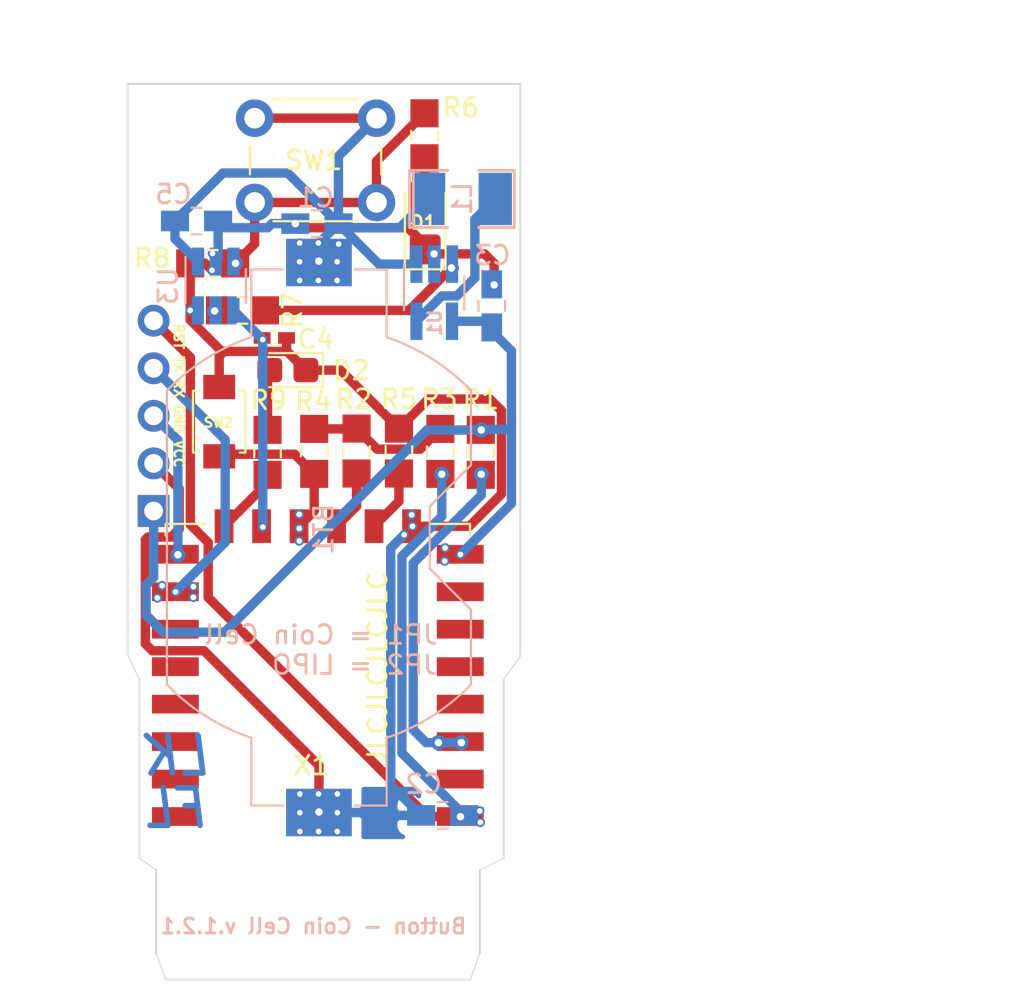
<source format=kicad_pcb>
(kicad_pcb (version 20171130) (host pcbnew "(5.1.9)-1")

  (general
    (thickness 1.6)
    (drawings 26)
    (tracks 188)
    (zones 0)
    (modules 24)
    (nets 19)
  )

  (page A4)
  (layers
    (0 F.Cu signal)
    (31 B.Cu signal)
    (32 B.Adhes user)
    (33 F.Adhes user)
    (34 B.Paste user)
    (35 F.Paste user)
    (36 B.SilkS user)
    (37 F.SilkS user)
    (38 B.Mask user)
    (39 F.Mask user)
    (40 Dwgs.User user)
    (41 Cmts.User user)
    (42 Eco1.User user)
    (43 Eco2.User user)
    (44 Edge.Cuts user)
    (45 Margin user)
    (46 B.CrtYd user hide)
    (47 F.CrtYd user hide)
    (48 B.Fab user hide)
    (49 F.Fab user)
  )

  (setup
    (last_trace_width 0.25)
    (user_trace_width 0.5)
    (trace_clearance 0.1)
    (zone_clearance 0.508)
    (zone_45_only no)
    (trace_min 0.2)
    (via_size 0.8)
    (via_drill 0.4)
    (via_min_size 0.4)
    (via_min_drill 0.3)
    (user_via 0.5 0.3)
    (uvia_size 0.3)
    (uvia_drill 0.1)
    (uvias_allowed no)
    (uvia_min_size 0.2)
    (uvia_min_drill 0.1)
    (edge_width 0.05)
    (segment_width 0.2)
    (pcb_text_width 0.3)
    (pcb_text_size 1.5 1.5)
    (mod_edge_width 0.12)
    (mod_text_size 1 1)
    (mod_text_width 0.15)
    (pad_size 1.524 1.524)
    (pad_drill 0.762)
    (pad_to_mask_clearance 0.051)
    (solder_mask_min_width 0.25)
    (aux_axis_origin 0 0)
    (visible_elements 7FFFFFFF)
    (pcbplotparams
      (layerselection 0x010fc_ffffffff)
      (usegerberextensions false)
      (usegerberattributes false)
      (usegerberadvancedattributes true)
      (creategerberjobfile false)
      (excludeedgelayer true)
      (linewidth 0.150000)
      (plotframeref false)
      (viasonmask false)
      (mode 1)
      (useauxorigin true)
      (hpglpennumber 1)
      (hpglpenspeed 20)
      (hpglpendiameter 15.000000)
      (psnegative false)
      (psa4output false)
      (plotreference true)
      (plotvalue true)
      (plotinvisibletext false)
      (padsonsilk false)
      (subtractmaskfromsilk false)
      (outputformat 1)
      (mirror false)
      (drillshape 0)
      (scaleselection 1)
      (outputdirectory "Gerber/"))
  )

  (net 0 "")
  (net 1 /VCC)
  (net 2 /GND)
  (net 3 /RST)
  (net 4 /RX)
  (net 5 /TX)
  (net 6 /EN)
  (net 7 /GPIO2)
  (net 8 /GPIO0)
  (net 9 "Net-(BT1-Pad1)")
  (net 10 "Net-(L1-Pad2)")
  (net 11 /GPIO15)
  (net 12 "Net-(R7-Pad2)")
  (net 13 /GPIO4)
  (net 14 "Net-(D2-Pad2)")
  (net 15 /GPIO5)
  (net 16 "Net-(D1-Pad2)")
  (net 17 "Net-(R6-Pad2)")
  (net 18 "Net-(R7-Pad1)")

  (net_class Default "This is the default net class."
    (clearance 0.1)
    (trace_width 0.25)
    (via_dia 0.8)
    (via_drill 0.4)
    (uvia_dia 0.3)
    (uvia_drill 0.1)
    (add_net /EN)
    (add_net /GND)
    (add_net /GPIO0)
    (add_net /GPIO15)
    (add_net /GPIO2)
    (add_net /GPIO4)
    (add_net /GPIO5)
    (add_net /RST)
    (add_net /RX)
    (add_net /TX)
    (add_net /VCC)
    (add_net "Net-(BT1-Pad1)")
    (add_net "Net-(D1-Pad2)")
    (add_net "Net-(D2-Pad2)")
    (add_net "Net-(L1-Pad2)")
    (add_net "Net-(R6-Pad2)")
    (add_net "Net-(R7-Pad1)")
    (add_net "Net-(R7-Pad2)")
  )

  (module handsolder:SW_SPST_B3U-1000P_mod (layer F.Cu) (tedit 60353A91) (tstamp 6032692A)
    (at 120.4595 72.5805 90)
    (descr "Ultra-small-sized Tactile Switch with High Contact Reliability, Top-actuated Model, without Ground Terminal, without Boss")
    (tags "Tactile Switch")
    (path /602CDBD4)
    (attr smd)
    (fp_text reference SW2 (at -0.05 -0.05) (layer F.SilkS)
      (effects (font (size 0.5 0.5) (thickness 0.125)))
    )
    (fp_text value SW_Push (at 0 2.5 90) (layer F.Fab)
      (effects (font (size 1 1) (thickness 0.15)))
    )
    (fp_circle (center 0 0) (end 0.75 0) (layer F.Fab) (width 0.1))
    (fp_line (start -1.5 1.25) (end -1.5 -1.25) (layer F.Fab) (width 0.1))
    (fp_line (start 1.5 1.25) (end -1.5 1.25) (layer F.Fab) (width 0.1))
    (fp_line (start 1.5 -1.25) (end 1.5 1.25) (layer F.Fab) (width 0.1))
    (fp_line (start -1.5 -1.25) (end 1.5 -1.25) (layer F.Fab) (width 0.1))
    (fp_line (start 1.65 -1.4) (end 1.65 -1.1) (layer F.SilkS) (width 0.12))
    (fp_line (start -1.65 -1.4) (end 1.65 -1.4) (layer F.SilkS) (width 0.12))
    (fp_line (start -1.65 -1.1) (end -1.65 -1.4) (layer F.SilkS) (width 0.12))
    (fp_line (start 1.65 1.4) (end 1.65 1.1) (layer F.SilkS) (width 0.12))
    (fp_line (start -1.65 1.4) (end 1.65 1.4) (layer F.SilkS) (width 0.12))
    (fp_line (start -1.65 1.1) (end -1.65 1.4) (layer F.SilkS) (width 0.12))
    (fp_line (start -2.5 -1.65) (end -2.5 1.65) (layer F.CrtYd) (width 0.05))
    (fp_line (start 2.5 -1.65) (end -2.5 -1.65) (layer F.CrtYd) (width 0.05))
    (fp_line (start 2.5 1.65) (end 2.5 -1.65) (layer F.CrtYd) (width 0.05))
    (fp_line (start -2.5 1.65) (end 2.5 1.65) (layer F.CrtYd) (width 0.05))
    (fp_text user %R (at 0 -2.5 90) (layer F.Fab)
      (effects (font (size 1 1) (thickness 0.15)))
    )
    (pad 2 smd rect (at 1.85 0 90) (size 1.3 1.7) (layers F.Cu F.Paste F.Mask)
      (net 2 /GND))
    (pad 1 smd rect (at -1.85 0 90) (size 1.3 1.7) (layers F.Cu F.Paste F.Mask)
      (net 8 /GPIO0))
    (model ${KISYS3DMOD}/Button_Switch_SMD.3dshapes/SW_SPST_B3U-1000P.wrl
      (at (xyz 0 0 0))
      (scale (xyz 1 1 1))
      (rotate (xyz 0 0 0))
    )
  )

  (module handsolder:SW_PUSH_6mm_H8mm_mod (layer F.Cu) (tedit 60353762) (tstamp 60326911)
    (at 122.35 56.38)
    (descr "tactile push button, 6x6mm e.g. PHAP33xx series, height=8mm")
    (tags "tact sw push 6mm")
    (path /602CFCB7)
    (fp_text reference SW1 (at 3.15 2.25) (layer F.SilkS)
      (effects (font (size 1 1) (thickness 0.15)))
    )
    (fp_text value SW_Push (at 3.75 6.7) (layer F.Fab)
      (effects (font (size 1 1) (thickness 0.15)))
    )
    (fp_circle (center 3.25 2.25) (end 1.25 2.5) (layer F.Fab) (width 0.1))
    (fp_line (start 6.75 3) (end 6.75 1.5) (layer F.SilkS) (width 0.12))
    (fp_line (start 5.5 -1) (end 1 -1) (layer F.SilkS) (width 0.12))
    (fp_line (start -0.25 1.5) (end -0.25 3) (layer F.SilkS) (width 0.12))
    (fp_line (start 1 5.5) (end 5.5 5.5) (layer F.SilkS) (width 0.12))
    (fp_line (start 8 -1.25) (end 8 5.75) (layer F.CrtYd) (width 0.05))
    (fp_line (start 7.75 6) (end -1.25 6) (layer F.CrtYd) (width 0.05))
    (fp_line (start -1.5 5.75) (end -1.5 -1.25) (layer F.CrtYd) (width 0.05))
    (fp_line (start -1.25 -1.5) (end 7.75 -1.5) (layer F.CrtYd) (width 0.05))
    (fp_line (start -1.5 6) (end -1.25 6) (layer F.CrtYd) (width 0.05))
    (fp_line (start -1.5 5.75) (end -1.5 6) (layer F.CrtYd) (width 0.05))
    (fp_line (start -1.5 -1.5) (end -1.25 -1.5) (layer F.CrtYd) (width 0.05))
    (fp_line (start -1.5 -1.25) (end -1.5 -1.5) (layer F.CrtYd) (width 0.05))
    (fp_line (start 8 -1.5) (end 8 -1.25) (layer F.CrtYd) (width 0.05))
    (fp_line (start 7.75 -1.5) (end 8 -1.5) (layer F.CrtYd) (width 0.05))
    (fp_line (start 8 6) (end 8 5.75) (layer F.CrtYd) (width 0.05))
    (fp_line (start 7.75 6) (end 8 6) (layer F.CrtYd) (width 0.05))
    (fp_line (start 0.25 -0.75) (end 3.25 -0.75) (layer F.Fab) (width 0.1))
    (fp_line (start 0.25 5.25) (end 0.25 -0.75) (layer F.Fab) (width 0.1))
    (fp_line (start 6.25 5.25) (end 0.25 5.25) (layer F.Fab) (width 0.1))
    (fp_line (start 6.25 -0.75) (end 6.25 5.25) (layer F.Fab) (width 0.1))
    (fp_line (start 3.25 -0.75) (end 6.25 -0.75) (layer F.Fab) (width 0.1))
    (fp_text user %R (at 3.25 2.25) (layer F.Fab)
      (effects (font (size 1 1) (thickness 0.15)))
    )
    (pad 1 thru_hole circle (at 6.5 0 90) (size 2 2) (drill 1.1) (layers *.Cu *.Mask)
      (net 9 "Net-(BT1-Pad1)"))
    (pad 2 thru_hole circle (at 6.5 4.5 90) (size 2 2) (drill 1.1) (layers *.Cu *.Mask)
      (net 17 "Net-(R6-Pad2)"))
    (pad 1 thru_hole circle (at 0 0 90) (size 2 2) (drill 1.1) (layers *.Cu *.Mask)
      (net 9 "Net-(BT1-Pad1)"))
    (pad 2 thru_hole circle (at 0 4.5 90) (size 2 2) (drill 1.1) (layers *.Cu *.Mask)
      (net 17 "Net-(R6-Pad2)"))
    (model ${KISYS3DMOD}/Button_Switch_THT.3dshapes/SW_PUSH_6mm_H8mm.wrl
      (at (xyz 0 0 0))
      (scale (xyz 1 1 1))
      (rotate (xyz 0 0 0))
    )
  )

  (module handsolder:PinSocket_1x05_P2.54mm_Vertical_mod (layer F.Cu) (tedit 603537B0) (tstamp 60326824)
    (at 116.96 77.35 180)
    (descr "Through hole straight socket strip, 1x05, 2.54mm pitch, single row (from Kicad 4.0.7), script generated")
    (tags "Through hole socket strip THT 1x05 2.54mm single row")
    (path /60301345)
    (fp_text reference J1 (at 0 -2.77) (layer F.SilkS) hide
      (effects (font (size 1 1) (thickness 0.15)))
    )
    (fp_text value Conn_01x05_Female (at 0 12.93) (layer F.Fab)
      (effects (font (size 1 1) (thickness 0.15)))
    )
    (fp_line (start -1.8 11.9) (end -1.8 -1.8) (layer F.CrtYd) (width 0.05))
    (fp_line (start 1.75 11.9) (end -1.8 11.9) (layer F.CrtYd) (width 0.05))
    (fp_line (start 1.75 -1.8) (end 1.75 11.9) (layer F.CrtYd) (width 0.05))
    (fp_line (start -1.8 -1.8) (end 1.75 -1.8) (layer F.CrtYd) (width 0.05))
    (fp_line (start -1.27 11.43) (end -1.27 -1.27) (layer F.Fab) (width 0.1))
    (fp_line (start 1.27 11.43) (end -1.27 11.43) (layer F.Fab) (width 0.1))
    (fp_line (start 1.27 -0.635) (end 1.27 11.43) (layer F.Fab) (width 0.1))
    (fp_line (start 0.635 -1.27) (end 1.27 -0.635) (layer F.Fab) (width 0.1))
    (fp_line (start -1.27 -1.27) (end 0.635 -1.27) (layer F.Fab) (width 0.1))
    (fp_text user %R (at 0 5.08 90) (layer F.Fab)
      (effects (font (size 1 1) (thickness 0.15)))
    )
    (pad 5 thru_hole oval (at 0 10.16 180) (size 1.7 1.7) (drill 1) (layers *.Cu *.Mask)
      (net 3 /RST))
    (pad 4 thru_hole oval (at 0 7.62 180) (size 1.7 1.7) (drill 1) (layers *.Cu *.Mask)
      (net 5 /TX))
    (pad 3 thru_hole oval (at 0 5.08 180) (size 1.7 1.7) (drill 1) (layers *.Cu *.Mask)
      (net 4 /RX))
    (pad 2 thru_hole oval (at 0 2.54 180) (size 1.7 1.7) (drill 1) (layers *.Cu *.Mask)
      (net 2 /GND))
    (pad 1 thru_hole rect (at 0 0 180) (size 1.7 1.7) (drill 1) (layers *.Cu *.Mask)
      (net 1 /VCC))
    (model ${KISYS3DMOD}/Connector_PinSocket_2.54mm.3dshapes/PinSocket_1x05_P2.54mm_Vertical.wrl
      (at (xyz 0 0 0))
      (scale (xyz 1 1 1))
      (rotate (xyz 0 0 0))
    )
  )

  (module handsolder:ESP-12Elesssilk (layer F.Cu) (tedit 60343770) (tstamp 603269A6)
    (at 125.72 90.16 180)
    (descr "Wi-Fi Module, http://wiki.ai-thinker.com/_media/esp8266/docs/aithinker_esp_12f_datasheet_en.pdf")
    (tags "Wi-Fi Module")
    (path /602C0443)
    (attr smd)
    (fp_text reference X1 (at 0.34 -0.77) (layer F.SilkS)
      (effects (font (size 1 1) (thickness 0.15)))
    )
    (fp_text value ESP-12E (at -0.06 -12.78) (layer F.Fab)
      (effects (font (size 1 1) (thickness 0.15)))
    )
    (fp_line (start 5.56 -4.8) (end 8.12 -7.36) (layer Dwgs.User) (width 0.12))
    (fp_line (start 2.56 -4.8) (end 8.12 -10.36) (layer Dwgs.User) (width 0.12))
    (fp_line (start -0.44 -4.8) (end 6.88 -12.12) (layer Dwgs.User) (width 0.12))
    (fp_line (start -3.44 -4.8) (end 3.88 -12.12) (layer Dwgs.User) (width 0.12))
    (fp_line (start -6.44 -4.8) (end 0.88 -12.12) (layer Dwgs.User) (width 0.12))
    (fp_line (start -8.12 -6.12) (end -2.12 -12.12) (layer Dwgs.User) (width 0.12))
    (fp_line (start -8.12 -9.12) (end -5.12 -12.12) (layer Dwgs.User) (width 0.12))
    (fp_line (start -8.12 -4.8) (end -8.12 -12.12) (layer Dwgs.User) (width 0.12))
    (fp_line (start 8.12 -4.8) (end -8.12 -4.8) (layer Dwgs.User) (width 0.12))
    (fp_line (start 8.12 -12.12) (end 8.12 -4.8) (layer Dwgs.User) (width 0.12))
    (fp_line (start -8.12 -12.12) (end 8.12 -12.12) (layer Dwgs.User) (width 0.12))
    (fp_line (start -8.12 12.12) (end -8.12 11.5) (layer F.SilkS) (width 0.12))
    (fp_line (start -6 12.12) (end -8.12 12.12) (layer F.SilkS) (width 0.12))
    (fp_line (start 8.12 12.12) (end 6 12.12) (layer F.SilkS) (width 0.12))
    (fp_line (start 8.12 11.5) (end 8.12 12.12) (layer F.SilkS) (width 0.12))
    (fp_line (start -9.05 13.1) (end -9.05 -12.2) (layer F.CrtYd) (width 0.05))
    (fp_line (start 9.05 13.1) (end -9.05 13.1) (layer F.CrtYd) (width 0.05))
    (fp_line (start 9.05 -12.2) (end 9.05 13.1) (layer F.CrtYd) (width 0.05))
    (fp_line (start -9.05 -12.2) (end 9.05 -12.2) (layer F.CrtYd) (width 0.05))
    (fp_line (start -8 -4) (end -8 -12) (layer F.Fab) (width 0.12))
    (fp_line (start -7.5 -3.5) (end -8 -4) (layer F.Fab) (width 0.12))
    (fp_line (start -8 -3) (end -7.5 -3.5) (layer F.Fab) (width 0.12))
    (fp_line (start -8 12) (end -8 -3) (layer F.Fab) (width 0.12))
    (fp_line (start 8 12) (end -8 12) (layer F.Fab) (width 0.12))
    (fp_line (start 8 -12) (end 8 12) (layer F.Fab) (width 0.12))
    (fp_line (start -8 -12) (end 8 -12) (layer F.Fab) (width 0.12))
    (fp_text user %R (at 0.49 -0.8) (layer F.Fab)
      (effects (font (size 1 1) (thickness 0.15)))
    )
    (fp_text user "KEEP-OUT ZONE" (at 0.03 -9.55 180) (layer Cmts.User)
      (effects (font (size 1 1) (thickness 0.15)))
    )
    (fp_text user Antenna (at -0.06 -7 180) (layer Cmts.User)
      (effects (font (size 1 1) (thickness 0.15)))
    )
    (pad 22 smd rect (at 7.6 -3.5 180) (size 2.5 1) (layers F.Cu F.Paste F.Mask))
    (pad 21 smd rect (at 7.6 -1.5 180) (size 2.5 1) (layers F.Cu F.Paste F.Mask))
    (pad 20 smd rect (at 7.6 0.5 180) (size 2.5 1) (layers F.Cu F.Paste F.Mask))
    (pad 19 smd rect (at 7.6 2.5 180) (size 2.5 1) (layers F.Cu F.Paste F.Mask))
    (pad 18 smd rect (at 7.6 4.5 180) (size 2.5 1) (layers F.Cu F.Paste F.Mask))
    (pad 17 smd rect (at 7.6 6.5 180) (size 2.5 1) (layers F.Cu F.Paste F.Mask))
    (pad 16 smd rect (at 7.6 8.5 180) (size 2.5 1) (layers F.Cu F.Paste F.Mask)
      (net 5 /TX))
    (pad 15 smd rect (at 7.6 10.5 180) (size 2.5 1) (layers F.Cu F.Paste F.Mask)
      (net 4 /RX))
    (pad 14 smd rect (at 5 12 180) (size 1 1.8) (layers F.Cu F.Paste F.Mask)
      (net 15 /GPIO5))
    (pad 13 smd rect (at 3 12 180) (size 1 1.8) (layers F.Cu F.Paste F.Mask)
      (net 13 /GPIO4))
    (pad 12 smd rect (at 1 12 180) (size 1 1.8) (layers F.Cu F.Paste F.Mask)
      (net 8 /GPIO0))
    (pad 11 smd rect (at -1 12 180) (size 1 1.8) (layers F.Cu F.Paste F.Mask)
      (net 7 /GPIO2))
    (pad 10 smd rect (at -3 12 180) (size 1 1.8) (layers F.Cu F.Paste F.Mask)
      (net 11 /GPIO15))
    (pad 9 smd rect (at -5 12 180) (size 1 1.8) (layers F.Cu F.Paste F.Mask)
      (net 2 /GND))
    (pad 8 smd rect (at -7.6 10.5 180) (size 2.5 1) (layers F.Cu F.Paste F.Mask)
      (net 1 /VCC))
    (pad 7 smd rect (at -7.6 8.5 180) (size 2.5 1) (layers F.Cu F.Paste F.Mask))
    (pad 6 smd rect (at -7.6 6.5 180) (size 2.5 1) (layers F.Cu F.Paste F.Mask))
    (pad 5 smd rect (at -7.6 4.5 180) (size 2.5 1) (layers F.Cu F.Paste F.Mask))
    (pad 4 smd rect (at -7.6 2.5 180) (size 2.5 1) (layers F.Cu F.Paste F.Mask))
    (pad 3 smd rect (at -7.6 0.5 180) (size 2.5 1) (layers F.Cu F.Paste F.Mask)
      (net 6 /EN))
    (pad 2 smd rect (at -7.6 -1.5 180) (size 2.5 1) (layers F.Cu F.Paste F.Mask))
    (pad 1 smd rect (at -7.6 -3.5 180) (size 2.5 1) (layers F.Cu F.Paste F.Mask)
      (net 3 /RST))
    (model ${KISYS3DMOD}/RF_Module.3dshapes/ESP-12E.wrl
      (at (xyz 0 0 0))
      (scale (xyz 1 1 1))
      (rotate (xyz 0 0 0))
    )
  )

  (module handsolder:C_0805_2012handsodermod (layer B.Cu) (tedit 60004493) (tstamp 6034EE59)
    (at 119.25 61.87 180)
    (descr "Capacitor SMD 0805 (2012 Metric), square (rectangular) end terminal, IPC_7351 nominal with elongated pad for handsoldering. (Body size source: https://docs.google.com/spreadsheets/d/1BsfQQcO9C6DZCsRaXUlFlo91Tg2WpOkGARC1WS5S8t0/edit?usp=sharing), generated with kicad-footprint-generator")
    (tags "capacitor handsolder")
    (path /6034F227)
    (attr smd)
    (fp_text reference C5 (at 1.23 1.43) (layer B.SilkS)
      (effects (font (size 1 1) (thickness 0.15)) (justify mirror))
    )
    (fp_text value 100nF (at 0 -1.65) (layer B.Fab) hide
      (effects (font (size 1 1) (thickness 0.15)) (justify mirror))
    )
    (fp_line (start -1 -0.6) (end -1 0.6) (layer B.Fab) (width 0.1))
    (fp_line (start -1 0.6) (end 1 0.6) (layer B.Fab) (width 0.1))
    (fp_line (start 1 0.6) (end 1 -0.6) (layer B.Fab) (width 0.1))
    (fp_line (start 1 -0.6) (end -1 -0.6) (layer B.Fab) (width 0.1))
    (fp_line (start -0.261252 0.71) (end 0.261252 0.71) (layer B.SilkS) (width 0.12))
    (fp_line (start -0.261252 -0.71) (end 0.261252 -0.71) (layer B.SilkS) (width 0.12))
    (fp_line (start -2 -0.95) (end -2 0.95) (layer B.CrtYd) (width 0.05))
    (fp_line (start -2 0.95) (end 2.05 0.95) (layer B.CrtYd) (width 0.05))
    (fp_line (start 2.05 0.95) (end 2.05 -0.95) (layer B.CrtYd) (width 0.05))
    (fp_line (start 2.05 -0.95) (end -2 -0.95) (layer B.CrtYd) (width 0.05))
    (fp_text user %R (at 0 0) (layer B.Fab)
      (effects (font (size 0.5 0.5) (thickness 0.08)) (justify mirror))
    )
    (pad 2 smd rect (at 1.15 0 180) (size 1.5 1.1) (layers B.Cu B.Paste B.Mask)
      (net 9 "Net-(BT1-Pad1)"))
    (pad 1 smd rect (at -1.15 0 180) (size 1.5 1.1) (layers B.Cu B.Paste B.Mask)
      (net 2 /GND))
    (model ${KISYS3DMOD}/Capacitor_SMD.3dshapes/C_0805_2012Metric.wrl
      (at (xyz 0 0 0))
      (scale (xyz 1 1 1))
      (rotate (xyz 0 0 0))
    )
  )

  (module handsolder:C_0402_1005Metric_Pad0.74x0.62mm_HandSoldermod (layer F.Cu) (tedit 60342830) (tstamp 60343322)
    (at 123.4 68.11)
    (descr "Capacitor SMD 0402 (1005 Metric), square (rectangular) end terminal, IPC_7351 nominal with elongated pad for handsoldering. (Body size source: IPC-SM-782 page 76, https://www.pcb-3d.com/wordpress/wp-content/uploads/ipc-sm-782a_amendment_1_and_2.pdf), generated with kicad-footprint-generator")
    (tags "capacitor handsolder")
    (path /603444C4)
    (attr smd)
    (fp_text reference C4 (at 2.21 0.08) (layer F.SilkS)
      (effects (font (size 1 1) (thickness 0.15)))
    )
    (fp_text value "10nf -100nf" (at 0 1.16) (layer F.Fab)
      (effects (font (size 1 1) (thickness 0.15)))
    )
    (fp_line (start -0.5 0.25) (end -0.5 -0.25) (layer F.Fab) (width 0.1))
    (fp_line (start -0.5 -0.25) (end 0.5 -0.25) (layer F.Fab) (width 0.1))
    (fp_line (start 0.5 -0.25) (end 0.5 0.25) (layer F.Fab) (width 0.1))
    (fp_line (start 0.5 0.25) (end -0.5 0.25) (layer F.Fab) (width 0.1))
    (fp_line (start -0.115835 -0.36) (end 0.115835 -0.36) (layer F.SilkS) (width 0.12))
    (fp_line (start -0.115835 0.36) (end 0.115835 0.36) (layer F.SilkS) (width 0.12))
    (fp_line (start -1.08 0.46) (end -1.08 -0.46) (layer F.CrtYd) (width 0.05))
    (fp_line (start -1.08 -0.46) (end 1.08 -0.46) (layer F.CrtYd) (width 0.05))
    (fp_line (start 1.08 -0.46) (end 1.08 0.46) (layer F.CrtYd) (width 0.05))
    (fp_line (start 1.08 0.46) (end -1.08 0.46) (layer F.CrtYd) (width 0.05))
    (fp_text user %R (at 0 0) (layer F.Fab)
      (effects (font (size 0.25 0.25) (thickness 0.04)))
    )
    (pad 2 smd rect (at 0.65 0) (size 0.9 0.62) (layers F.Cu F.Paste F.Mask)
      (net 2 /GND))
    (pad 1 smd rect (at -0.65 0) (size 0.9 0.62) (layers F.Cu F.Paste F.Mask)
      (net 13 /GPIO4))
    (model ${KISYS3DMOD}/Capacitor_SMD.3dshapes/C_0402_1005Metric.wrl
      (at (xyz 0 0 0))
      (scale (xyz 1 1 1))
      (rotate (xyz 0 0 0))
    )
  )

  (module handsolder:SMD-1210_Pol_inductor (layer B.Cu) (tedit 592F1991) (tstamp 60341854)
    (at 133.41 60.69)
    (tags "CMS SM")
    (path /602E234D)
    (attr smd)
    (fp_text reference L1 (at 0.015 -0.015 -90) (layer B.SilkS)
      (effects (font (size 1 1) (thickness 0.15)) (justify mirror))
    )
    (fp_text value "4.7 uH" (at 0 -0.762) (layer B.Fab)
      (effects (font (size 1 1) (thickness 0.15)) (justify mirror))
    )
    (fp_line (start -2.794 1.524) (end -2.794 -1.524) (layer B.SilkS) (width 0.15))
    (fp_line (start 0.889 -1.524) (end 2.794 -1.524) (layer B.SilkS) (width 0.15))
    (fp_line (start 2.794 -1.524) (end 2.794 1.524) (layer B.SilkS) (width 0.15))
    (fp_line (start 2.794 1.524) (end 0.889 1.524) (layer B.SilkS) (width 0.15))
    (fp_line (start -0.762 1.524) (end -2.794 1.524) (layer B.SilkS) (width 0.15))
    (fp_line (start -2.594 1.524) (end -2.594 -1.524) (layer B.SilkS) (width 0.15))
    (fp_line (start -2.794 -1.524) (end -0.762 -1.524) (layer B.SilkS) (width 0.15))
    (pad 1 smd rect (at -1.778 0) (size 1.778 2.794) (layers B.Cu B.Paste B.Mask)
      (net 9 "Net-(BT1-Pad1)") (zone_connect 2))
    (pad 2 smd rect (at 1.778 0) (size 1.778 2.794) (layers B.Cu B.Paste B.Mask)
      (net 10 "Net-(L1-Pad2)"))
    (model SMD_Packages.3dshapes/SMD-1210_Pol.wrl
      (at (xyz 0 0 0))
      (scale (xyz 0.2 0.2 0.2))
      (rotate (xyz 0 0 0))
    )
  )

  (module handsolder:SOT-23-5_HandSolderingmod (layer B.Cu) (tedit 60023824) (tstamp 60329F06)
    (at 131.93 65.72 270)
    (descr "5-pin SOT23 package")
    (tags "SOT-23-5 hand-soldering")
    (path /6033543B)
    (attr smd)
    (fp_text reference U1 (at 1.58496 -0.02032 90) (layer B.SilkS)
      (effects (font (size 0.7 0.7) (thickness 0.15)) (justify mirror))
    )
    (fp_text value TPS61097A (at 10.287 -1.143 270) (layer B.SilkS) hide
      (effects (font (size 1 1) (thickness 0.15)) (justify mirror))
    )
    (fp_line (start 2.38 -1.8) (end -2.38 -1.8) (layer B.CrtYd) (width 0.05))
    (fp_line (start 2.38 -1.8) (end 2.38 1.8) (layer B.CrtYd) (width 0.05))
    (fp_line (start -2.38 1.8) (end -2.38 -1.8) (layer B.CrtYd) (width 0.05))
    (fp_line (start -2.38 1.8) (end 2.38 1.8) (layer B.CrtYd) (width 0.05))
    (fp_line (start 0.9 1.55) (end 0.9 -1.55) (layer B.Fab) (width 0.1))
    (fp_line (start 0.9 -1.55) (end -0.9 -1.55) (layer B.Fab) (width 0.1))
    (fp_line (start -0.9 0.9) (end -0.9 -1.55) (layer B.Fab) (width 0.1))
    (fp_line (start 0.9 1.55) (end -0.25 1.55) (layer B.Fab) (width 0.1))
    (fp_line (start -0.9 0.9) (end -0.25 1.55) (layer B.Fab) (width 0.1))
    (fp_line (start 0.9 1.61) (end -1.55 1.61) (layer B.SilkS) (width 0.12))
    (fp_line (start -0.9 -1.61) (end 0.9 -1.61) (layer B.SilkS) (width 0.12))
    (fp_text user %R (at 0 0) (layer B.Fab)
      (effects (font (size 0.5 0.5) (thickness 0.075)) (justify mirror))
    )
    (pad 5 smd rect (at 1.5 0.95 270) (size 2 0.65) (layers B.Cu B.Paste B.Mask)
      (net 10 "Net-(L1-Pad2)"))
    (pad 4 smd rect (at 1.5 -0.95 270) (size 2 0.65) (layers B.Cu B.Paste B.Mask)
      (net 1 /VCC))
    (pad 3 smd rect (at -1.55 -0.95 270) (size 2 0.65) (layers B.Cu B.Paste B.Mask)
      (net 12 "Net-(R7-Pad2)"))
    (pad 2 smd trapezoid (at -1.55 0 270) (size 2 0.65) (layers B.Cu B.Paste B.Mask)
      (net 2 /GND))
    (pad 1 smd rect (at -1.55 0.95 270) (size 2 0.65) (layers B.Cu B.Paste B.Mask)
      (net 9 "Net-(BT1-Pad1)"))
    (model ${KISYS3DMOD}/Package_TO_SOT_SMD.3dshapes/SOT-23-5.wrl
      (at (xyz 0 0 0))
      (scale (xyz 1 1 1))
      (rotate (xyz 0 0 0))
    )
  )

  (module handsolder:C_0805_2012handsodermod (layer B.Cu) (tedit 60326176) (tstamp 603267C3)
    (at 125.67 62.01)
    (descr "Capacitor SMD 0805 (2012 Metric), square (rectangular) end terminal, IPC_7351 nominal with elongated pad for handsoldering. (Body size source: https://docs.google.com/spreadsheets/d/1BsfQQcO9C6DZCsRaXUlFlo91Tg2WpOkGARC1WS5S8t0/edit?usp=sharing), generated with kicad-footprint-generator")
    (tags "capacitor handsolder")
    (path /602D0C1F)
    (attr smd)
    (fp_text reference C1 (at -0.07 -1.385 180) (layer B.SilkS)
      (effects (font (size 1 1) (thickness 0.15)) (justify mirror))
    )
    (fp_text value 10uF (at 0 -1.65 180) (layer B.Fab) hide
      (effects (font (size 1 1) (thickness 0.15)) (justify mirror))
    )
    (fp_line (start 2.05 -0.85) (end -2 -0.85) (layer B.CrtYd) (width 0.05))
    (fp_line (start 2.05 0.85) (end 2.05 -0.85) (layer B.CrtYd) (width 0.05))
    (fp_line (start -2 0.85) (end 2.05 0.85) (layer B.CrtYd) (width 0.05))
    (fp_line (start -2 -0.85) (end -2 0.85) (layer B.CrtYd) (width 0.05))
    (fp_line (start -0.261252 -0.71) (end 0.261252 -0.71) (layer B.SilkS) (width 0.12))
    (fp_line (start -0.261252 0.71) (end 0.261252 0.71) (layer B.SilkS) (width 0.12))
    (fp_line (start 1 -0.6) (end -1 -0.6) (layer B.Fab) (width 0.1))
    (fp_line (start 1 0.6) (end 1 -0.6) (layer B.Fab) (width 0.1))
    (fp_line (start -1 0.6) (end 1 0.6) (layer B.Fab) (width 0.1))
    (fp_line (start -1 -0.6) (end -1 0.6) (layer B.Fab) (width 0.1))
    (fp_text user %R (at 0 0 180) (layer B.Fab)
      (effects (font (size 0.5 0.5) (thickness 0.08)) (justify mirror))
    )
    (pad 2 smd rect (at 1.15 0) (size 1.5 1.1) (layers B.Cu B.Paste B.Mask)
      (net 9 "Net-(BT1-Pad1)"))
    (pad 1 smd rect (at -1.15 0) (size 1.5 1.1) (layers B.Cu B.Paste B.Mask)
      (net 2 /GND))
    (model ${KISYS3DMOD}/Capacitor_SMD.3dshapes/C_0805_2012Metric.wrl
      (at (xyz 0 0 0))
      (scale (xyz 1 1 1))
      (rotate (xyz 0 0 0))
    )
  )

  (module handsolder:SOT-23-6handsoldering (layer B.Cu) (tedit 600C9A10) (tstamp 6032696B)
    (at 120.27 65.34 270)
    (descr "6-pin SOT-23 package")
    (tags SOT-23-6)
    (path /6031B6A7)
    (attr smd)
    (fp_text reference U3 (at 0 2.54 270) (layer B.SilkS)
      (effects (font (size 1 1) (thickness 0.15)) (justify mirror))
    )
    (fp_text value TPL5111 (at 0 -2.9 90) (layer B.Fab)
      (effects (font (size 1 1) (thickness 0.15)) (justify mirror))
    )
    (fp_line (start 0.9 1.55) (end 0.9 -1.55) (layer B.Fab) (width 0.1))
    (fp_line (start 0.9 -1.55) (end -0.9 -1.55) (layer B.Fab) (width 0.1))
    (fp_line (start -0.9 0.9) (end -0.9 -1.55) (layer B.Fab) (width 0.1))
    (fp_line (start 0.9 1.55) (end -0.25 1.55) (layer B.Fab) (width 0.1))
    (fp_line (start -0.9 0.9) (end -0.25 1.55) (layer B.Fab) (width 0.1))
    (fp_line (start -1.9 1.8) (end -1.9 -1.8) (layer B.CrtYd) (width 0.05))
    (fp_line (start -1.9 -1.8) (end 1.9 -1.8) (layer B.CrtYd) (width 0.05))
    (fp_line (start 1.9 -1.8) (end 1.9 1.8) (layer B.CrtYd) (width 0.05))
    (fp_line (start 1.9 1.8) (end -1.9 1.8) (layer B.CrtYd) (width 0.05))
    (fp_line (start 0.9 1.61) (end -1.55 1.61) (layer B.SilkS) (width 0.12))
    (fp_line (start -0.9 -1.61) (end 0.9 -1.61) (layer B.SilkS) (width 0.12))
    (fp_text user %R (at 0 0) (layer B.Fab)
      (effects (font (size 0.5 0.5) (thickness 0.075)) (justify mirror))
    )
    (pad 5 smd rect (at 1.3 0 270) (size 1.5 0.65) (layers B.Cu B.Paste B.Mask)
      (net 18 "Net-(R7-Pad1)"))
    (pad 6 smd rect (at 1.3 0.95 270) (size 1.5 0.65) (layers B.Cu B.Paste B.Mask)
      (net 2 /GND))
    (pad 4 smd rect (at 1.3 -0.95 270) (size 1.5 0.65) (layers B.Cu B.Paste B.Mask)
      (net 13 /GPIO4))
    (pad 3 smd rect (at -1.3 -0.95 270) (size 1.5 0.65) (layers B.Cu B.Paste B.Mask)
      (net 17 "Net-(R6-Pad2)"))
    (pad 2 smd rect (at -1.3 0 270) (size 1.5 0.65) (layers B.Cu B.Paste B.Mask)
      (net 2 /GND))
    (pad 1 smd rect (at -1.3 0.95 270) (size 1.5 0.65) (layers B.Cu B.Paste B.Mask)
      (net 9 "Net-(BT1-Pad1)"))
    (model ${KISYS3DMOD}/Package_TO_SOT_SMD.3dshapes/SOT-23-6.wrl
      (at (xyz 0 0 0))
      (scale (xyz 1 1 1))
      (rotate (xyz 0 0 0))
    )
  )

  (module handsolder:R_0805_2012handsoldermod (layer F.Cu) (tedit 60004565) (tstamp 603268F2)
    (at 123.0376 74.2188 270)
    (descr "Resistor SMD 0805 (2012 Metric), square (rectangular) end terminal, IPC_7351 nominal with elongated pad for handsoldering. (Body size source: https://docs.google.com/spreadsheets/d/1BsfQQcO9C6DZCsRaXUlFlo91Tg2WpOkGARC1WS5S8t0/edit?usp=sharing), generated with kicad-footprint-generator")
    (tags "resistor handsolder")
    (path /60325E7B)
    (attr smd)
    (fp_text reference R9 (at -2.7788 -0.0524) (layer F.SilkS)
      (effects (font (size 1 1) (thickness 0.15)))
    )
    (fp_text value 1k (at 0 1.65 270) (layer F.Fab) hide
      (effects (font (size 1 1) (thickness 0.15)))
    )
    (fp_line (start 2.05 0.95) (end -2.05 0.95) (layer F.CrtYd) (width 0.05))
    (fp_line (start 2.05 -0.95) (end 2.05 0.95) (layer F.CrtYd) (width 0.05))
    (fp_line (start -2.05 -0.95) (end 2.05 -0.95) (layer F.CrtYd) (width 0.05))
    (fp_line (start -2.05 0.95) (end -2.05 -0.95) (layer F.CrtYd) (width 0.05))
    (fp_line (start -0.261252 0.71) (end 0.261252 0.71) (layer F.SilkS) (width 0.12))
    (fp_line (start -0.261252 -0.71) (end 0.261252 -0.71) (layer F.SilkS) (width 0.12))
    (fp_line (start 1 0.6) (end -1 0.6) (layer F.Fab) (width 0.1))
    (fp_line (start 1 -0.6) (end 1 0.6) (layer F.Fab) (width 0.1))
    (fp_line (start -1 -0.6) (end 1 -0.6) (layer F.Fab) (width 0.1))
    (fp_line (start -1 0.6) (end -1 -0.6) (layer F.Fab) (width 0.1))
    (fp_text user %R (at 0 0 270) (layer F.Fab)
      (effects (font (size 0.5 0.5) (thickness 0.08)))
    )
    (pad 2 smd rect (at 1.2 0 270) (size 1.5 1.5) (layers F.Cu F.Paste F.Mask)
      (net 15 /GPIO5))
    (pad 1 smd rect (at -1.2 0 270) (size 1.5 1.5) (layers F.Cu F.Paste F.Mask)
      (net 14 "Net-(D2-Pad2)"))
    (model ${KISYS3DMOD}/Resistor_SMD.3dshapes/R_0805_2012Metric.wrl
      (at (xyz 0 0 0))
      (scale (xyz 1 1 1))
      (rotate (xyz 0 0 0))
    )
  )

  (module handsolder:R_0805_2012handsoldermod (layer F.Cu) (tedit 60004565) (tstamp 603268E1)
    (at 120.11 64.13)
    (descr "Resistor SMD 0805 (2012 Metric), square (rectangular) end terminal, IPC_7351 nominal with elongated pad for handsoldering. (Body size source: https://docs.google.com/spreadsheets/d/1BsfQQcO9C6DZCsRaXUlFlo91Tg2WpOkGARC1WS5S8t0/edit?usp=sharing), generated with kicad-footprint-generator")
    (tags "resistor handsolder")
    (path /6031EA78)
    (attr smd)
    (fp_text reference R8 (at -3.23 -0.28) (layer F.SilkS)
      (effects (font (size 1 1) (thickness 0.15)))
    )
    (fp_text value 10k (at 0 1.65) (layer F.Fab) hide
      (effects (font (size 1 1) (thickness 0.15)))
    )
    (fp_line (start 2.05 0.95) (end -2.05 0.95) (layer F.CrtYd) (width 0.05))
    (fp_line (start 2.05 -0.95) (end 2.05 0.95) (layer F.CrtYd) (width 0.05))
    (fp_line (start -2.05 -0.95) (end 2.05 -0.95) (layer F.CrtYd) (width 0.05))
    (fp_line (start -2.05 0.95) (end -2.05 -0.95) (layer F.CrtYd) (width 0.05))
    (fp_line (start -0.261252 0.71) (end 0.261252 0.71) (layer F.SilkS) (width 0.12))
    (fp_line (start -0.261252 -0.71) (end 0.261252 -0.71) (layer F.SilkS) (width 0.12))
    (fp_line (start 1 0.6) (end -1 0.6) (layer F.Fab) (width 0.1))
    (fp_line (start 1 -0.6) (end 1 0.6) (layer F.Fab) (width 0.1))
    (fp_line (start -1 -0.6) (end 1 -0.6) (layer F.Fab) (width 0.1))
    (fp_line (start -1 0.6) (end -1 -0.6) (layer F.Fab) (width 0.1))
    (fp_text user %R (at 0 0) (layer F.Fab)
      (effects (font (size 0.5 0.5) (thickness 0.08)))
    )
    (pad 2 smd rect (at 1.2 0) (size 1.5 1.5) (layers F.Cu F.Paste F.Mask)
      (net 17 "Net-(R6-Pad2)"))
    (pad 1 smd rect (at -1.2 0) (size 1.5 1.5) (layers F.Cu F.Paste F.Mask)
      (net 2 /GND))
    (model ${KISYS3DMOD}/Resistor_SMD.3dshapes/R_0805_2012Metric.wrl
      (at (xyz 0 0 0))
      (scale (xyz 1 1 1))
      (rotate (xyz 0 0 0))
    )
  )

  (module handsolder:R_0805_2012handsoldermod (layer F.Cu) (tedit 60004565) (tstamp 603268D0)
    (at 121.7 66.64)
    (descr "Resistor SMD 0805 (2012 Metric), square (rectangular) end terminal, IPC_7351 nominal with elongated pad for handsoldering. (Body size source: https://docs.google.com/spreadsheets/d/1BsfQQcO9C6DZCsRaXUlFlo91Tg2WpOkGARC1WS5S8t0/edit?usp=sharing), generated with kicad-footprint-generator")
    (tags "resistor handsolder")
    (path /602F7A06)
    (attr smd)
    (fp_text reference R7 (at 2.667 0 270) (layer F.SilkS)
      (effects (font (size 1 1) (thickness 0.15)))
    )
    (fp_text value 10k (at 0 1.65) (layer F.Fab) hide
      (effects (font (size 1 1) (thickness 0.15)))
    )
    (fp_line (start 2.05 0.95) (end -2.05 0.95) (layer F.CrtYd) (width 0.05))
    (fp_line (start 2.05 -0.95) (end 2.05 0.95) (layer F.CrtYd) (width 0.05))
    (fp_line (start -2.05 -0.95) (end 2.05 -0.95) (layer F.CrtYd) (width 0.05))
    (fp_line (start -2.05 0.95) (end -2.05 -0.95) (layer F.CrtYd) (width 0.05))
    (fp_line (start -0.261252 0.71) (end 0.261252 0.71) (layer F.SilkS) (width 0.12))
    (fp_line (start -0.261252 -0.71) (end 0.261252 -0.71) (layer F.SilkS) (width 0.12))
    (fp_line (start 1 0.6) (end -1 0.6) (layer F.Fab) (width 0.1))
    (fp_line (start 1 -0.6) (end 1 0.6) (layer F.Fab) (width 0.1))
    (fp_line (start -1 -0.6) (end 1 -0.6) (layer F.Fab) (width 0.1))
    (fp_line (start -1 0.6) (end -1 -0.6) (layer F.Fab) (width 0.1))
    (fp_text user %R (at 0 0) (layer F.Fab)
      (effects (font (size 0.5 0.5) (thickness 0.08)))
    )
    (pad 2 smd rect (at 1.2 0) (size 1.5 1.5) (layers F.Cu F.Paste F.Mask)
      (net 12 "Net-(R7-Pad2)"))
    (pad 1 smd rect (at -1.2 0) (size 1.5 1.5) (layers F.Cu F.Paste F.Mask)
      (net 18 "Net-(R7-Pad1)"))
    (model ${KISYS3DMOD}/Resistor_SMD.3dshapes/R_0805_2012Metric.wrl
      (at (xyz 0 0 0))
      (scale (xyz 1 1 1))
      (rotate (xyz 0 0 0))
    )
  )

  (module handsolder:R_0805_2012handsoldermod (layer F.Cu) (tedit 60004565) (tstamp 603268BF)
    (at 131.41 57.32 90)
    (descr "Resistor SMD 0805 (2012 Metric), square (rectangular) end terminal, IPC_7351 nominal with elongated pad for handsoldering. (Body size source: https://docs.google.com/spreadsheets/d/1BsfQQcO9C6DZCsRaXUlFlo91Tg2WpOkGARC1WS5S8t0/edit?usp=sharing), generated with kicad-footprint-generator")
    (tags "resistor handsolder")
    (path /602D454A)
    (attr smd)
    (fp_text reference R6 (at 1.5035 1.94 180) (layer F.SilkS)
      (effects (font (size 1 1) (thickness 0.15)))
    )
    (fp_text value 1k (at 0 1.65 90) (layer F.Fab) hide
      (effects (font (size 1 1) (thickness 0.15)))
    )
    (fp_line (start 2.05 0.95) (end -2.05 0.95) (layer F.CrtYd) (width 0.05))
    (fp_line (start 2.05 -0.95) (end 2.05 0.95) (layer F.CrtYd) (width 0.05))
    (fp_line (start -2.05 -0.95) (end 2.05 -0.95) (layer F.CrtYd) (width 0.05))
    (fp_line (start -2.05 0.95) (end -2.05 -0.95) (layer F.CrtYd) (width 0.05))
    (fp_line (start -0.261252 0.71) (end 0.261252 0.71) (layer F.SilkS) (width 0.12))
    (fp_line (start -0.261252 -0.71) (end 0.261252 -0.71) (layer F.SilkS) (width 0.12))
    (fp_line (start 1 0.6) (end -1 0.6) (layer F.Fab) (width 0.1))
    (fp_line (start 1 -0.6) (end 1 0.6) (layer F.Fab) (width 0.1))
    (fp_line (start -1 -0.6) (end 1 -0.6) (layer F.Fab) (width 0.1))
    (fp_line (start -1 0.6) (end -1 -0.6) (layer F.Fab) (width 0.1))
    (fp_text user %R (at 0 0 270) (layer F.Fab)
      (effects (font (size 0.5 0.5) (thickness 0.08)))
    )
    (pad 2 smd rect (at 1.2 0 90) (size 1.5 1.5) (layers F.Cu F.Paste F.Mask)
      (net 17 "Net-(R6-Pad2)"))
    (pad 1 smd rect (at -1.2 0 90) (size 1.5 1.5) (layers F.Cu F.Paste F.Mask)
      (net 16 "Net-(D1-Pad2)"))
    (model ${KISYS3DMOD}/Resistor_SMD.3dshapes/R_0805_2012Metric.wrl
      (at (xyz 0 0 0))
      (scale (xyz 1 1 1))
      (rotate (xyz 0 0 0))
    )
  )

  (module handsolder:R_0805_2012handsoldermod (layer F.Cu) (tedit 60004565) (tstamp 603268AE)
    (at 130.048 74.1488 270)
    (descr "Resistor SMD 0805 (2012 Metric), square (rectangular) end terminal, IPC_7351 nominal with elongated pad for handsoldering. (Body size source: https://docs.google.com/spreadsheets/d/1BsfQQcO9C6DZCsRaXUlFlo91Tg2WpOkGARC1WS5S8t0/edit?usp=sharing), generated with kicad-footprint-generator")
    (tags "resistor handsolder")
    (path /602CA91E)
    (attr smd)
    (fp_text reference R5 (at -2.7748 0 180) (layer F.SilkS)
      (effects (font (size 1 1) (thickness 0.15)))
    )
    (fp_text value 4.7k (at 0 1.65 90) (layer F.Fab) hide
      (effects (font (size 1 1) (thickness 0.15)))
    )
    (fp_line (start 2.05 0.95) (end -2.05 0.95) (layer F.CrtYd) (width 0.05))
    (fp_line (start 2.05 -0.95) (end 2.05 0.95) (layer F.CrtYd) (width 0.05))
    (fp_line (start -2.05 -0.95) (end 2.05 -0.95) (layer F.CrtYd) (width 0.05))
    (fp_line (start -2.05 0.95) (end -2.05 -0.95) (layer F.CrtYd) (width 0.05))
    (fp_line (start -0.261252 0.71) (end 0.261252 0.71) (layer F.SilkS) (width 0.12))
    (fp_line (start -0.261252 -0.71) (end 0.261252 -0.71) (layer F.SilkS) (width 0.12))
    (fp_line (start 1 0.6) (end -1 0.6) (layer F.Fab) (width 0.1))
    (fp_line (start 1 -0.6) (end 1 0.6) (layer F.Fab) (width 0.1))
    (fp_line (start -1 -0.6) (end 1 -0.6) (layer F.Fab) (width 0.1))
    (fp_line (start -1 0.6) (end -1 -0.6) (layer F.Fab) (width 0.1))
    (fp_text user %R (at 0 0 90) (layer F.Fab)
      (effects (font (size 0.5 0.5) (thickness 0.08)))
    )
    (pad 2 smd rect (at 1.2 0 270) (size 1.5 1.5) (layers F.Cu F.Paste F.Mask)
      (net 11 /GPIO15))
    (pad 1 smd rect (at -1.2 0 270) (size 1.5 1.5) (layers F.Cu F.Paste F.Mask)
      (net 2 /GND))
    (model ${KISYS3DMOD}/Resistor_SMD.3dshapes/R_0805_2012Metric.wrl
      (at (xyz 0 0 0))
      (scale (xyz 1 1 1))
      (rotate (xyz 0 0 0))
    )
  )

  (module handsolder:R_0805_2012handsoldermod (layer F.Cu) (tedit 60004565) (tstamp 6032689D)
    (at 125.5268 74.168 270)
    (descr "Resistor SMD 0805 (2012 Metric), square (rectangular) end terminal, IPC_7351 nominal with elongated pad for handsoldering. (Body size source: https://docs.google.com/spreadsheets/d/1BsfQQcO9C6DZCsRaXUlFlo91Tg2WpOkGARC1WS5S8t0/edit?usp=sharing), generated with kicad-footprint-generator")
    (tags "resistor handsolder")
    (path /602CA541)
    (attr smd)
    (fp_text reference R4 (at -2.668 0.0468 180) (layer F.SilkS)
      (effects (font (size 1 1) (thickness 0.15)))
    )
    (fp_text value 10k (at 0 1.65 90) (layer F.Fab) hide
      (effects (font (size 1 1) (thickness 0.15)))
    )
    (fp_line (start 2.05 0.95) (end -2.05 0.95) (layer F.CrtYd) (width 0.05))
    (fp_line (start 2.05 -0.95) (end 2.05 0.95) (layer F.CrtYd) (width 0.05))
    (fp_line (start -2.05 -0.95) (end 2.05 -0.95) (layer F.CrtYd) (width 0.05))
    (fp_line (start -2.05 0.95) (end -2.05 -0.95) (layer F.CrtYd) (width 0.05))
    (fp_line (start -0.261252 0.71) (end 0.261252 0.71) (layer F.SilkS) (width 0.12))
    (fp_line (start -0.261252 -0.71) (end 0.261252 -0.71) (layer F.SilkS) (width 0.12))
    (fp_line (start 1 0.6) (end -1 0.6) (layer F.Fab) (width 0.1))
    (fp_line (start 1 -0.6) (end 1 0.6) (layer F.Fab) (width 0.1))
    (fp_line (start -1 -0.6) (end 1 -0.6) (layer F.Fab) (width 0.1))
    (fp_line (start -1 0.6) (end -1 -0.6) (layer F.Fab) (width 0.1))
    (fp_text user %R (at 0 0 90) (layer F.Fab)
      (effects (font (size 0.5 0.5) (thickness 0.08)))
    )
    (pad 2 smd rect (at 1.2 0 270) (size 1.5 1.5) (layers F.Cu F.Paste F.Mask)
      (net 8 /GPIO0))
    (pad 1 smd rect (at -1.2 0 270) (size 1.5 1.5) (layers F.Cu F.Paste F.Mask)
      (net 1 /VCC))
    (model ${KISYS3DMOD}/Resistor_SMD.3dshapes/R_0805_2012Metric.wrl
      (at (xyz 0 0 0))
      (scale (xyz 1 1 1))
      (rotate (xyz 0 0 0))
    )
  )

  (module handsolder:R_0805_2012handsoldermod (layer F.Cu) (tedit 60004565) (tstamp 6032688C)
    (at 132.2578 74.168 270)
    (descr "Resistor SMD 0805 (2012 Metric), square (rectangular) end terminal, IPC_7351 nominal with elongated pad for handsoldering. (Body size source: https://docs.google.com/spreadsheets/d/1BsfQQcO9C6DZCsRaXUlFlo91Tg2WpOkGARC1WS5S8t0/edit?usp=sharing), generated with kicad-footprint-generator")
    (tags "resistor handsolder")
    (path /602C7954)
    (attr smd)
    (fp_text reference R3 (at -2.794 0.0508 180) (layer F.SilkS)
      (effects (font (size 1 1) (thickness 0.15)))
    )
    (fp_text value 10k (at 0 1.65 90) (layer F.Fab) hide
      (effects (font (size 1 1) (thickness 0.15)))
    )
    (fp_line (start 2.05 0.95) (end -2.05 0.95) (layer F.CrtYd) (width 0.05))
    (fp_line (start 2.05 -0.95) (end 2.05 0.95) (layer F.CrtYd) (width 0.05))
    (fp_line (start -2.05 -0.95) (end 2.05 -0.95) (layer F.CrtYd) (width 0.05))
    (fp_line (start -2.05 0.95) (end -2.05 -0.95) (layer F.CrtYd) (width 0.05))
    (fp_line (start -0.261252 0.71) (end 0.261252 0.71) (layer F.SilkS) (width 0.12))
    (fp_line (start -0.261252 -0.71) (end 0.261252 -0.71) (layer F.SilkS) (width 0.12))
    (fp_line (start 1 0.6) (end -1 0.6) (layer F.Fab) (width 0.1))
    (fp_line (start 1 -0.6) (end 1 0.6) (layer F.Fab) (width 0.1))
    (fp_line (start -1 -0.6) (end 1 -0.6) (layer F.Fab) (width 0.1))
    (fp_line (start -1 0.6) (end -1 -0.6) (layer F.Fab) (width 0.1))
    (fp_text user %R (at 0 0 90) (layer F.Fab)
      (effects (font (size 0.5 0.5) (thickness 0.08)))
    )
    (pad 2 smd rect (at 1.2 0 270) (size 1.5 1.5) (layers F.Cu F.Paste F.Mask)
      (net 3 /RST))
    (pad 1 smd rect (at -1.2 0 270) (size 1.5 1.5) (layers F.Cu F.Paste F.Mask)
      (net 1 /VCC))
    (model ${KISYS3DMOD}/Resistor_SMD.3dshapes/R_0805_2012Metric.wrl
      (at (xyz 0 0 0))
      (scale (xyz 1 1 1))
      (rotate (xyz 0 0 0))
    )
  )

  (module handsolder:R_0805_2012handsoldermod (layer F.Cu) (tedit 60004565) (tstamp 6032687B)
    (at 127.7874 74.1488 270)
    (descr "Resistor SMD 0805 (2012 Metric), square (rectangular) end terminal, IPC_7351 nominal with elongated pad for handsoldering. (Body size source: https://docs.google.com/spreadsheets/d/1BsfQQcO9C6DZCsRaXUlFlo91Tg2WpOkGARC1WS5S8t0/edit?usp=sharing), generated with kicad-footprint-generator")
    (tags "resistor handsolder")
    (path /602CC605)
    (attr smd)
    (fp_text reference R2 (at -2.7748 0.1524 180) (layer F.SilkS)
      (effects (font (size 1 1) (thickness 0.15)))
    )
    (fp_text value 10k (at 0 1.65 90) (layer F.Fab) hide
      (effects (font (size 1 1) (thickness 0.15)))
    )
    (fp_line (start 2.05 0.95) (end -2.05 0.95) (layer F.CrtYd) (width 0.05))
    (fp_line (start 2.05 -0.95) (end 2.05 0.95) (layer F.CrtYd) (width 0.05))
    (fp_line (start -2.05 -0.95) (end 2.05 -0.95) (layer F.CrtYd) (width 0.05))
    (fp_line (start -2.05 0.95) (end -2.05 -0.95) (layer F.CrtYd) (width 0.05))
    (fp_line (start -0.261252 0.71) (end 0.261252 0.71) (layer F.SilkS) (width 0.12))
    (fp_line (start -0.261252 -0.71) (end 0.261252 -0.71) (layer F.SilkS) (width 0.12))
    (fp_line (start 1 0.6) (end -1 0.6) (layer F.Fab) (width 0.1))
    (fp_line (start 1 -0.6) (end 1 0.6) (layer F.Fab) (width 0.1))
    (fp_line (start -1 -0.6) (end 1 -0.6) (layer F.Fab) (width 0.1))
    (fp_line (start -1 0.6) (end -1 -0.6) (layer F.Fab) (width 0.1))
    (fp_text user %R (at 0 0 90) (layer F.Fab)
      (effects (font (size 0.5 0.5) (thickness 0.08)))
    )
    (pad 2 smd rect (at 1.2 0 270) (size 1.5 1.5) (layers F.Cu F.Paste F.Mask)
      (net 7 /GPIO2))
    (pad 1 smd rect (at -1.2 0 270) (size 1.5 1.5) (layers F.Cu F.Paste F.Mask)
      (net 1 /VCC))
    (model ${KISYS3DMOD}/Resistor_SMD.3dshapes/R_0805_2012Metric.wrl
      (at (xyz 0 0 0))
      (scale (xyz 1 1 1))
      (rotate (xyz 0 0 0))
    )
  )

  (module handsolder:R_0805_2012handsoldermod (layer F.Cu) (tedit 60004565) (tstamp 6032686A)
    (at 134.4168 74.2188 270)
    (descr "Resistor SMD 0805 (2012 Metric), square (rectangular) end terminal, IPC_7351 nominal with elongated pad for handsoldering. (Body size source: https://docs.google.com/spreadsheets/d/1BsfQQcO9C6DZCsRaXUlFlo91Tg2WpOkGARC1WS5S8t0/edit?usp=sharing), generated with kicad-footprint-generator")
    (tags "resistor handsolder")
    (path /602C727C)
    (attr smd)
    (fp_text reference R1 (at -2.8194 0 180) (layer F.SilkS)
      (effects (font (size 1 1) (thickness 0.15)))
    )
    (fp_text value 10k (at 0 1.65 90) (layer F.Fab) hide
      (effects (font (size 1 1) (thickness 0.15)))
    )
    (fp_line (start 2.05 0.95) (end -2.05 0.95) (layer F.CrtYd) (width 0.05))
    (fp_line (start 2.05 -0.95) (end 2.05 0.95) (layer F.CrtYd) (width 0.05))
    (fp_line (start -2.05 -0.95) (end 2.05 -0.95) (layer F.CrtYd) (width 0.05))
    (fp_line (start -2.05 0.95) (end -2.05 -0.95) (layer F.CrtYd) (width 0.05))
    (fp_line (start -0.261252 0.71) (end 0.261252 0.71) (layer F.SilkS) (width 0.12))
    (fp_line (start -0.261252 -0.71) (end 0.261252 -0.71) (layer F.SilkS) (width 0.12))
    (fp_line (start 1 0.6) (end -1 0.6) (layer F.Fab) (width 0.1))
    (fp_line (start 1 -0.6) (end 1 0.6) (layer F.Fab) (width 0.1))
    (fp_line (start -1 -0.6) (end 1 -0.6) (layer F.Fab) (width 0.1))
    (fp_line (start -1 0.6) (end -1 -0.6) (layer F.Fab) (width 0.1))
    (fp_text user %R (at 0 0 90) (layer F.Fab)
      (effects (font (size 0.5 0.5) (thickness 0.08)))
    )
    (pad 2 smd rect (at 1.2 0 270) (size 1.5 1.5) (layers F.Cu F.Paste F.Mask)
      (net 6 /EN))
    (pad 1 smd rect (at -1.2 0 270) (size 1.5 1.5) (layers F.Cu F.Paste F.Mask)
      (net 1 /VCC))
    (model ${KISYS3DMOD}/Resistor_SMD.3dshapes/R_0805_2012Metric.wrl
      (at (xyz 0 0 0))
      (scale (xyz 1 1 1))
      (rotate (xyz 0 0 0))
    )
  )

  (module LED_SMD:LED_0805_2012Metric_Castellated (layer F.Cu) (tedit 5F68FEF1) (tstamp 6032680B)
    (at 124.12 69.83 180)
    (descr "LED SMD 0805 (2012 Metric), castellated end terminal, IPC_7351 nominal, (Body size source: https://docs.google.com/spreadsheets/d/1BsfQQcO9C6DZCsRaXUlFlo91Tg2WpOkGARC1WS5S8t0/edit?usp=sharing), generated with kicad-footprint-generator")
    (tags "LED castellated")
    (path /6032747F)
    (attr smd)
    (fp_text reference D2 (at -3.38 -0.02 180) (layer F.SilkS)
      (effects (font (size 1 1) (thickness 0.15)))
    )
    (fp_text value LED (at 0 1.6) (layer F.Fab)
      (effects (font (size 1 1) (thickness 0.15)))
    )
    (fp_line (start 1.88 0.9) (end -1.88 0.9) (layer F.CrtYd) (width 0.05))
    (fp_line (start 1.88 -0.9) (end 1.88 0.9) (layer F.CrtYd) (width 0.05))
    (fp_line (start -1.88 -0.9) (end 1.88 -0.9) (layer F.CrtYd) (width 0.05))
    (fp_line (start -1.88 0.9) (end -1.88 -0.9) (layer F.CrtYd) (width 0.05))
    (fp_line (start -1.885 0.91) (end 1 0.91) (layer F.SilkS) (width 0.12))
    (fp_line (start -1.885 -0.91) (end -1.885 0.91) (layer F.SilkS) (width 0.12))
    (fp_line (start 1 -0.91) (end -1.885 -0.91) (layer F.SilkS) (width 0.12))
    (fp_line (start 1 0.6) (end 1 -0.6) (layer F.Fab) (width 0.1))
    (fp_line (start -1 0.6) (end 1 0.6) (layer F.Fab) (width 0.1))
    (fp_line (start -1 -0.3) (end -1 0.6) (layer F.Fab) (width 0.1))
    (fp_line (start -0.7 -0.6) (end -1 -0.3) (layer F.Fab) (width 0.1))
    (fp_line (start 1 -0.6) (end -0.7 -0.6) (layer F.Fab) (width 0.1))
    (fp_text user %R (at 0 0) (layer F.Fab)
      (effects (font (size 0.5 0.5) (thickness 0.08)))
    )
    (pad 2 smd roundrect (at 0.9625 0 180) (size 1.325 1.3) (layers F.Cu F.Paste F.Mask) (roundrect_rratio 0.1923076923076923)
      (net 14 "Net-(D2-Pad2)"))
    (pad 1 smd roundrect (at -0.9625 0 180) (size 1.325 1.3) (layers F.Cu F.Paste F.Mask) (roundrect_rratio 0.1923076923076923)
      (net 2 /GND))
    (model ${KISYS3DMOD}/LED_SMD.3dshapes/LED_0805_2012Metric_Castellated.wrl
      (at (xyz 0 0 0))
      (scale (xyz 1 1 1))
      (rotate (xyz 0 0 0))
    )
  )

  (module LED_SMD:LED_1206_3216Metric_Castellated (layer F.Cu) (tedit 5F68FEF1) (tstamp 603267F8)
    (at 131.45 61.96 90)
    (descr "LED SMD 1206 (3216 Metric), castellated end terminal, IPC_7351 nominal, (Body size source: http://www.tortai-tech.com/upload/download/2011102023233369053.pdf), generated with kicad-footprint-generator")
    (tags "LED castellated")
    (path /602D28D1)
    (attr smd)
    (fp_text reference D1 (at 0.0176 -0.0922) (layer F.SilkS)
      (effects (font (size 0.7 0.7) (thickness 0.15)))
    )
    (fp_text value LED (at 0 1.78 90) (layer F.Fab)
      (effects (font (size 1 1) (thickness 0.15)))
    )
    (fp_line (start 2.48 1.08) (end -2.48 1.08) (layer F.CrtYd) (width 0.05))
    (fp_line (start 2.48 -1.08) (end 2.48 1.08) (layer F.CrtYd) (width 0.05))
    (fp_line (start -2.48 -1.08) (end 2.48 -1.08) (layer F.CrtYd) (width 0.05))
    (fp_line (start -2.48 1.08) (end -2.48 -1.08) (layer F.CrtYd) (width 0.05))
    (fp_line (start -2.485 1.085) (end 1.6 1.085) (layer F.SilkS) (width 0.12))
    (fp_line (start -2.485 -1.085) (end -2.485 1.085) (layer F.SilkS) (width 0.12))
    (fp_line (start 1.6 -1.085) (end -2.485 -1.085) (layer F.SilkS) (width 0.12))
    (fp_line (start 1.6 0.8) (end 1.6 -0.8) (layer F.Fab) (width 0.1))
    (fp_line (start -1.6 0.8) (end 1.6 0.8) (layer F.Fab) (width 0.1))
    (fp_line (start -1.6 -0.4) (end -1.6 0.8) (layer F.Fab) (width 0.1))
    (fp_line (start -1.2 -0.8) (end -1.6 -0.4) (layer F.Fab) (width 0.1))
    (fp_line (start 1.6 -0.8) (end -1.2 -0.8) (layer F.Fab) (width 0.1))
    (fp_text user %R (at 0 0 90) (layer F.Fab)
      (effects (font (size 0.8 0.8) (thickness 0.12)))
    )
    (pad 2 smd roundrect (at 1.425 0 90) (size 1.6 1.65) (layers F.Cu F.Paste F.Mask) (roundrect_rratio 0.15625)
      (net 16 "Net-(D1-Pad2)"))
    (pad 1 smd roundrect (at -1.425 0 90) (size 1.6 1.65) (layers F.Cu F.Paste F.Mask) (roundrect_rratio 0.15625)
      (net 2 /GND))
    (model ${KISYS3DMOD}/LED_SMD.3dshapes/LED_1206_3216Metric_Castellated.wrl
      (at (xyz 0 0 0))
      (scale (xyz 1 1 1))
      (rotate (xyz 0 0 0))
    )
  )

  (module handsolder:C_0805_2012handsodermod (layer B.Cu) (tedit 60004493) (tstamp 603267E5)
    (at 135 66.4 90)
    (descr "Capacitor SMD 0805 (2012 Metric), square (rectangular) end terminal, IPC_7351 nominal with elongated pad for handsoldering. (Body size source: https://docs.google.com/spreadsheets/d/1BsfQQcO9C6DZCsRaXUlFlo91Tg2WpOkGARC1WS5S8t0/edit?usp=sharing), generated with kicad-footprint-generator")
    (tags "capacitor handsolder")
    (path /602E3D4A)
    (attr smd)
    (fp_text reference C3 (at 2.7 0.03 180) (layer B.SilkS)
      (effects (font (size 1 1) (thickness 0.15)) (justify mirror))
    )
    (fp_text value 10uF (at 0 -1.65 90) (layer B.Fab) hide
      (effects (font (size 1 1) (thickness 0.15)) (justify mirror))
    )
    (fp_line (start 2.05 -0.95) (end -2 -0.95) (layer B.CrtYd) (width 0.05))
    (fp_line (start 2.05 0.95) (end 2.05 -0.95) (layer B.CrtYd) (width 0.05))
    (fp_line (start -2 0.95) (end 2.05 0.95) (layer B.CrtYd) (width 0.05))
    (fp_line (start -2 -0.95) (end -2 0.95) (layer B.CrtYd) (width 0.05))
    (fp_line (start -0.261252 -0.71) (end 0.261252 -0.71) (layer B.SilkS) (width 0.12))
    (fp_line (start -0.261252 0.71) (end 0.261252 0.71) (layer B.SilkS) (width 0.12))
    (fp_line (start 1 -0.6) (end -1 -0.6) (layer B.Fab) (width 0.1))
    (fp_line (start 1 0.6) (end 1 -0.6) (layer B.Fab) (width 0.1))
    (fp_line (start -1 0.6) (end 1 0.6) (layer B.Fab) (width 0.1))
    (fp_line (start -1 -0.6) (end -1 0.6) (layer B.Fab) (width 0.1))
    (fp_text user %R (at 0 0 90) (layer B.Fab)
      (effects (font (size 0.5 0.5) (thickness 0.08)) (justify mirror))
    )
    (pad 2 smd rect (at 1.15 0 90) (size 1.5 1.1) (layers B.Cu B.Paste B.Mask)
      (net 2 /GND))
    (pad 1 smd rect (at -1.15 0 90) (size 1.5 1.1) (layers B.Cu B.Paste B.Mask)
      (net 1 /VCC))
    (model ${KISYS3DMOD}/Capacitor_SMD.3dshapes/C_0805_2012Metric.wrl
      (at (xyz 0 0 0))
      (scale (xyz 1 1 1))
      (rotate (xyz 0 0 0))
    )
  )

  (module handsolder:C_0805_2012handsodermod (layer B.Cu) (tedit 60004493) (tstamp 603267D4)
    (at 132.3848 93.599)
    (descr "Capacitor SMD 0805 (2012 Metric), square (rectangular) end terminal, IPC_7351 nominal with elongated pad for handsoldering. (Body size source: https://docs.google.com/spreadsheets/d/1BsfQQcO9C6DZCsRaXUlFlo91Tg2WpOkGARC1WS5S8t0/edit?usp=sharing), generated with kicad-footprint-generator")
    (tags "capacitor handsolder")
    (path /602C896A)
    (attr smd)
    (fp_text reference C2 (at -1.016 -1.6764) (layer B.SilkS)
      (effects (font (size 1 1) (thickness 0.15)) (justify mirror))
    )
    (fp_text value 100nF (at 0 -1.65) (layer B.Fab) hide
      (effects (font (size 1 1) (thickness 0.15)) (justify mirror))
    )
    (fp_line (start 2.05 -0.95) (end -2 -0.95) (layer B.CrtYd) (width 0.05))
    (fp_line (start 2.05 0.95) (end 2.05 -0.95) (layer B.CrtYd) (width 0.05))
    (fp_line (start -2 0.95) (end 2.05 0.95) (layer B.CrtYd) (width 0.05))
    (fp_line (start -2 -0.95) (end -2 0.95) (layer B.CrtYd) (width 0.05))
    (fp_line (start -0.261252 -0.71) (end 0.261252 -0.71) (layer B.SilkS) (width 0.12))
    (fp_line (start -0.261252 0.71) (end 0.261252 0.71) (layer B.SilkS) (width 0.12))
    (fp_line (start 1 -0.6) (end -1 -0.6) (layer B.Fab) (width 0.1))
    (fp_line (start 1 0.6) (end 1 -0.6) (layer B.Fab) (width 0.1))
    (fp_line (start -1 0.6) (end 1 0.6) (layer B.Fab) (width 0.1))
    (fp_line (start -1 -0.6) (end -1 0.6) (layer B.Fab) (width 0.1))
    (fp_text user %R (at 0 0) (layer B.Fab)
      (effects (font (size 0.5 0.5) (thickness 0.08)) (justify mirror))
    )
    (pad 2 smd rect (at 1.15 0) (size 1.5 1.1) (layers B.Cu B.Paste B.Mask)
      (net 3 /RST))
    (pad 1 smd rect (at -1.15 0) (size 1.5 1.1) (layers B.Cu B.Paste B.Mask)
      (net 2 /GND))
    (model ${KISYS3DMOD}/Capacitor_SMD.3dshapes/C_0805_2012Metric.wrl
      (at (xyz 0 0 0))
      (scale (xyz 1 1 1))
      (rotate (xyz 0 0 0))
    )
  )

  (module Battery:BatteryHolder_Keystone_1058_1x2032 (layer B.Cu) (tedit 589EE147) (tstamp 60326788)
    (at 125.7808 78.7642 270)
    (descr http://www.keyelco.com/product-pdf.cfm?p=14028)
    (tags "Keystone type 1058 coin cell retainer")
    (path /602C3B33)
    (attr smd)
    (fp_text reference BT1 (at -0.44076 -0.24892 270) (layer B.SilkS)
      (effects (font (size 1 1) (thickness 0.15)) (justify mirror))
    )
    (fp_text value Battery_Cell (at 0 9.398 270) (layer B.Fab)
      (effects (font (size 1 1) (thickness 0.15)) (justify mirror))
    )
    (fp_circle (center 0 0) (end 10 0) (layer Dwgs.User) (width 0.15))
    (fp_line (start -7.8026 8) (end 7.8026 8) (layer B.Fab) (width 0.1))
    (fp_line (start -3.9 -8) (end -7.8026 -8) (layer B.Fab) (width 0.1))
    (fp_line (start -14.2 3.5) (end -14.2 1.9) (layer B.Fab) (width 0.1))
    (fp_line (start -14.2 3.5) (end -10.61275 3.5) (layer B.Fab) (width 0.1))
    (fp_line (start -1.7 -5.8) (end 1.7 -5.8) (layer B.Fab) (width 0.1))
    (fp_line (start -1.7 -5.8) (end -3.9 -8) (layer B.Fab) (width 0.1))
    (fp_line (start 1.7 -5.8) (end 3.9 -8) (layer B.Fab) (width 0.1))
    (fp_line (start 3.9 -8) (end 7.8026 -8) (layer B.Fab) (width 0.1))
    (fp_line (start -14.2 -3.5) (end -10.61275 -3.5) (layer B.Fab) (width 0.1))
    (fp_line (start -14.2 -1.9) (end -14.2 -3.5) (layer B.Fab) (width 0.1))
    (fp_line (start 14.2 3.5) (end 14.2 1.9) (layer B.Fab) (width 0.1))
    (fp_line (start 10.61275 3.5) (end 14.2 3.5) (layer B.Fab) (width 0.1))
    (fp_line (start 14.2 -3.5) (end 10.61275 -3.5) (layer B.Fab) (width 0.1))
    (fp_line (start 14.2 -1.9) (end 14.2 -3.5) (layer B.Fab) (width 0.1))
    (fp_line (start -14.31 3.61) (end -10.692 3.61) (layer B.SilkS) (width 0.12))
    (fp_line (start -14.31 1.9) (end -14.31 3.61) (layer B.SilkS) (width 0.12))
    (fp_line (start -7.8473 8.11) (end 7.8473 8.11) (layer B.SilkS) (width 0.12))
    (fp_line (start 14.31 1.9) (end 14.31 3.61) (layer B.SilkS) (width 0.12))
    (fp_line (start 10.692 3.61) (end 14.31 3.61) (layer B.SilkS) (width 0.12))
    (fp_line (start 14.31 -3.61) (end 10.692 -3.61) (layer B.SilkS) (width 0.12))
    (fp_line (start 14.31 -1.9) (end 14.31 -3.61) (layer B.SilkS) (width 0.12))
    (fp_line (start 7.8473 -8.11) (end 3.86 -8.11) (layer B.SilkS) (width 0.12))
    (fp_line (start 1.66 -5.91) (end 3.86 -8.11) (layer B.SilkS) (width 0.12))
    (fp_line (start 1.66 -5.91) (end -1.66 -5.91) (layer B.SilkS) (width 0.12))
    (fp_line (start -1.66 -5.91) (end -3.86 -8.11) (layer B.SilkS) (width 0.12))
    (fp_line (start -3.86 -8.11) (end -7.8473 -8.11) (layer B.SilkS) (width 0.12))
    (fp_line (start -10.692 -3.61) (end -14.31 -3.61) (layer B.SilkS) (width 0.12))
    (fp_line (start -14.31 -1.9) (end -14.31 -3.61) (layer B.SilkS) (width 0.12))
    (fp_line (start -16.45 -4.11) (end -11.06 -4.11) (layer B.CrtYd) (width 0.05))
    (fp_line (start -16.45 4.11) (end -16.45 -4.11) (layer B.CrtYd) (width 0.05))
    (fp_line (start -16.45 4.11) (end -11.06 4.11) (layer B.CrtYd) (width 0.05))
    (fp_line (start 16.45 4.11) (end 11.06 4.11) (layer B.CrtYd) (width 0.05))
    (fp_line (start 16.45 -4.11) (end 16.45 4.11) (layer B.CrtYd) (width 0.05))
    (fp_line (start 11.06 -4.11) (end 16.45 -4.11) (layer B.CrtYd) (width 0.05))
    (fp_arc (start 0 0) (end -10.61275 3.5) (angle -27.4635) (layer B.Fab) (width 0.1))
    (fp_arc (start 0 0) (end 10.61275 -3.5) (angle -27.4635) (layer B.Fab) (width 0.1))
    (fp_arc (start 0 0) (end 10.61275 3.5) (angle 27.4635) (layer B.Fab) (width 0.1))
    (fp_arc (start 0 0) (end -10.61275 -3.5) (angle 27.4635) (layer B.Fab) (width 0.1))
    (fp_arc (start 0 0) (end -10.692 3.61) (angle -27.3) (layer B.SilkS) (width 0.12))
    (fp_arc (start 0 0) (end 10.692 -3.61) (angle -27.3) (layer B.SilkS) (width 0.12))
    (fp_arc (start 0 0) (end 10.692 3.61) (angle 27.3) (layer B.SilkS) (width 0.12))
    (fp_arc (start 0 0) (end -10.692 -3.61) (angle 27.3) (layer B.SilkS) (width 0.12))
    (fp_arc (start 0 0) (end -11.06 4.11) (angle -139.2) (layer B.CrtYd) (width 0.05))
    (fp_arc (start 0 0) (end 11.06 -4.11) (angle -139.2) (layer B.CrtYd) (width 0.05))
    (fp_text user %R (at 0 0 270) (layer B.Fab)
      (effects (font (size 1 1) (thickness 0.15)) (justify mirror))
    )
    (pad 2 smd rect (at 14.68 0 270) (size 2.54 3.51) (layers B.Cu B.Paste B.Mask)
      (net 2 /GND))
    (pad 1 smd rect (at -14.68 0 270) (size 2.54 3.51) (layers B.Cu B.Paste B.Mask)
      (net 9 "Net-(BT1-Pad1)"))
    (model ${KISYS3DMOD}/Battery.3dshapes/BatteryHolder_Keystone_1058_1x2032.wrl
      (at (xyz 0 0 0))
      (scale (xyz 1 1 1))
      (rotate (xyz 0 0 0))
    )
  )

  (dimension 48.0695 (width 0.15) (layer Dwgs.User)
    (gr_text "48.069 mm" (at 112.4285 78.45425 270) (layer Dwgs.User)
      (effects (font (size 1 1) (thickness 0.15)))
    )
    (feature1 (pts (xy 113.7285 102.489) (xy 113.142079 102.489)))
    (feature2 (pts (xy 113.7285 54.4195) (xy 113.142079 54.4195)))
    (crossbar (pts (xy 113.7285 54.4195) (xy 113.7285 102.489)))
    (arrow1a (pts (xy 113.7285 102.489) (xy 113.142079 101.362496)))
    (arrow1b (pts (xy 113.7285 102.489) (xy 114.314921 101.362496)))
    (arrow2a (pts (xy 113.7285 54.4195) (xy 113.142079 55.546004)))
    (arrow2b (pts (xy 113.7285 54.4195) (xy 114.314921 55.546004)))
  )
  (dimension 21.082 (width 0.15) (layer Dwgs.User)
    (gr_text "21.082 mm" (at 126.0475 53.37) (layer Dwgs.User)
      (effects (font (size 1 1) (thickness 0.15)))
    )
    (feature1 (pts (xy 136.5885 52.07) (xy 136.5885 52.656421)))
    (feature2 (pts (xy 115.5065 52.07) (xy 115.5065 52.656421)))
    (crossbar (pts (xy 115.5065 52.07) (xy 136.5885 52.07)))
    (arrow1a (pts (xy 136.5885 52.07) (xy 135.461996 52.656421)))
    (arrow1b (pts (xy 136.5885 52.07) (xy 135.461996 51.483579)))
    (arrow2a (pts (xy 115.5065 52.07) (xy 116.633004 52.656421)))
    (arrow2b (pts (xy 115.5065 52.07) (xy 116.633004 51.483579)))
  )
  (gr_text LK (at 118.237 90.424) (layer B.Cu) (tstamp 6034406F)
    (effects (font (size 2 2) (thickness 0.3) italic) (justify mirror))
  )
  (gr_text "V.1.2.1 \nONLY COIN CELL \nTIMER TPL5111\n" (at 150.241 62.357) (layer F.Fab)
    (effects (font (size 2 2) (thickness 0.15)))
  )
  (gr_text "JP1 = Coin Cell\nJP2 = LIPO" (at 132.19 84.76) (layer B.SilkS)
    (effects (font (size 1 1) (thickness 0.15)) (justify left mirror))
  )
  (gr_text "RST TX RX GND VCC" (at 118.3005 71.1835 270) (layer F.SilkS)
    (effects (font (size 0.5 0.5) (thickness 0.125)))
  )
  (gr_line (start 115.57 54.5465) (end 136.525 54.5465) (layer Edge.Cuts) (width 0.1) (tstamp 6032904B))
  (gr_line (start 133.858 102.362) (end 134.366 100.965) (layer Edge.Cuts) (width 0.05) (tstamp 60328FAC))
  (gr_line (start 117.094 100.965) (end 117.602 102.362) (layer Edge.Cuts) (width 0.05) (tstamp 60328FAB))
  (gr_line (start 134.366 96.52) (end 135.636 95.885) (layer Edge.Cuts) (width 0.05) (tstamp 60328ED2))
  (gr_line (start 134.366 96.52) (end 134.366 100.965) (layer Edge.Cuts) (width 0.1) (tstamp 60328EC5))
  (gr_line (start 136.525 85.09) (end 135.636 86.36) (layer Edge.Cuts) (width 0.05) (tstamp 60328EB9))
  (gr_line (start 135.636 86.36) (end 135.636 95.885) (layer Edge.Cuts) (width 0.1) (tstamp 60328EAB))
  (gr_line (start 136.525 80.645) (end 136.525 85.09) (layer Edge.Cuts) (width 0.1) (tstamp 60328E6D))
  (gr_line (start 136.525 78.105) (end 136.525 80.645) (layer Edge.Cuts) (width 0.1) (tstamp 60328E03))
  (gr_line (start 116.205 95.885) (end 117.094 96.52) (layer Edge.Cuts) (width 0.05) (tstamp 60328C85))
  (gr_line (start 116.205 95.885) (end 116.205 86.36) (layer Edge.Cuts) (width 0.1) (tstamp 60328C83))
  (gr_line (start 115.57 85) (end 116.205 86.36) (layer Edge.Cuts) (width 0.05) (tstamp 60328C79))
  (gr_line (start 115.57 85) (end 115.57 84) (layer Edge.Cuts) (width 0.1) (tstamp 60328C75))
  (gr_line (start 115.57 84) (end 115.57 54.5465) (layer Edge.Cuts) (width 0.1) (tstamp 60328C73))
  (gr_text FL (at 118.237 93.218) (layer B.Cu)
    (effects (font (size 2 2) (thickness 0.3) italic) (justify mirror))
  )
  (gr_text "Button - Coin Cell v.1.2.1\n\n" (at 125.48 100.16) (layer B.SilkS)
    (effects (font (size 0.8 0.8) (thickness 0.15)) (justify mirror))
  )
  (gr_text JLCJLCJLCJLC (at 128.905 85.725 90) (layer F.SilkS)
    (effects (font (size 1 1) (thickness 0.15)))
  )
  (gr_line (start 136.525 54.5465) (end 136.525 78.105) (layer Edge.Cuts) (width 0.1))
  (gr_line (start 117.094 100.965) (end 117.094 96.52) (layer Edge.Cuts) (width 0.1))
  (gr_line (start 133.858 102.362) (end 117.602 102.362) (layer Edge.Cuts) (width 0.1))

  (via (at 132.49 80.02) (size 0.5) (drill 0.3) (layers F.Cu B.Cu) (net 1) (status 30))
  (via (at 132.51 79.32) (size 0.5) (drill 0.3) (layers F.Cu B.Cu) (net 1) (status 30))
  (via (at 134.4422 73.025) (size 0.8) (drill 0.4) (layers F.Cu B.Cu) (net 1) (status 30))
  (via (at 133.33 79.67) (size 0.5) (drill 0.3) (layers F.Cu B.Cu) (net 1) (status 30))
  (segment (start 127.7682 72.968) (end 127.7874 72.9488) (width 0.5) (layer F.Cu) (net 1) (status 30))
  (segment (start 125.5268 72.968) (end 127.7682 72.968) (width 0.5) (layer F.Cu) (net 1) (status 30))
  (segment (start 131.176999 74.048801) (end 132.2578 72.968) (width 0.5) (layer F.Cu) (net 1) (status 20))
  (segment (start 128.887401 74.048801) (end 131.176999 74.048801) (width 0.5) (layer F.Cu) (net 1))
  (segment (start 127.7874 72.9488) (end 128.887401 74.048801) (width 0.5) (layer F.Cu) (net 1) (status 10))
  (segment (start 134.67 67.22) (end 135 67.55) (width 0.5) (layer B.Cu) (net 1) (status 30))
  (segment (start 132.88 67.22) (end 134.67 67.22) (width 0.5) (layer B.Cu) (net 1) (status 30))
  (segment (start 136.05 76.95) (end 133.33 79.67) (width 0.5) (layer B.Cu) (net 1))
  (segment (start 135 67.75) (end 136.05 68.8) (width 0.5) (layer B.Cu) (net 1) (status 10))
  (segment (start 135 67.55) (end 135 67.75) (width 0.5) (layer B.Cu) (net 1) (status 30))
  (segment (start 134.4752 72.992) (end 134.4422 73.025) (width 0.5) (layer B.Cu) (net 1))
  (segment (start 136.05 72.992) (end 134.4752 72.992) (width 0.5) (layer B.Cu) (net 1))
  (segment (start 136.05 68.8) (end 136.05 72.992) (width 0.5) (layer B.Cu) (net 1))
  (segment (start 136.05 72.992) (end 136.05 76.95) (width 0.5) (layer B.Cu) (net 1))
  (segment (start 132.3148 73.025) (end 132.2578 72.968) (width 0.5) (layer F.Cu) (net 1) (status 30))
  (segment (start 134.4422 73.025) (end 132.3148 73.025) (width 0.5) (layer F.Cu) (net 1) (status 30))
  (segment (start 116.559999 81.301999) (end 116.559999 82.904999) (width 0.5) (layer B.Cu) (net 1))
  (segment (start 116.96 80.901998) (end 116.559999 81.301999) (width 0.5) (layer B.Cu) (net 1))
  (segment (start 116.96 77.35) (end 116.96 80.901998) (width 0.5) (layer B.Cu) (net 1) (status 10))
  (segment (start 116.559999 82.904999) (end 117.475 83.82) (width 0.5) (layer B.Cu) (net 1))
  (segment (start 131.543002 73.025) (end 134.4422 73.025) (width 0.5) (layer B.Cu) (net 1))
  (segment (start 120.748002 83.82) (end 131.543002 73.025) (width 0.5) (layer B.Cu) (net 1))
  (segment (start 117.475 83.82) (end 120.748002 83.82) (width 0.5) (layer B.Cu) (net 1))
  (via (at 135.128 65.278) (size 0.8) (drill 0.4) (layers F.Cu B.Cu) (net 2) (status 30))
  (via (at 120.1 63.6) (size 0.5) (drill 0.3) (layers F.Cu B.Cu) (net 2) (status 30))
  (via (at 131.925 63.625) (size 0.8) (drill 0.4) (layers F.Cu B.Cu) (net 2) (status 30))
  (via (at 130.72364 77.55636) (size 0.5) (drill 0.3) (layers F.Cu B.Cu) (net 2) (status 30))
  (via (at 124.75972 92.456) (size 0.5) (drill 0.3) (layers F.Cu B.Cu) (net 2) (status 30))
  (via (at 125.75972 92.456) (size 0.5) (drill 0.3) (layers F.Cu B.Cu) (net 2) (tstamp 6032A0AF) (status 30))
  (via (at 126.75972 92.456) (size 0.5) (drill 0.3) (layers F.Cu B.Cu) (net 2) (tstamp 6032A0B1) (status 30))
  (via (at 124.75972 93.456) (size 0.5) (drill 0.3) (layers F.Cu B.Cu) (net 2) (tstamp 6032A0B3) (status 30))
  (via (at 126.75972 93.456) (size 0.5) (drill 0.3) (layers F.Cu B.Cu) (net 2) (tstamp 6032A0B7) (status 30))
  (via (at 124.75972 94.456) (size 0.5) (drill 0.3) (layers F.Cu B.Cu) (net 2) (tstamp 6032A0B9) (status 30))
  (via (at 125.75972 94.456) (size 0.5) (drill 0.3) (layers F.Cu B.Cu) (net 2) (tstamp 6032A0BB) (status 30))
  (via (at 126.75972 94.456) (size 0.5) (drill 0.3) (layers F.Cu B.Cu) (net 2) (tstamp 6032A0BD) (status 30))
  (via (at 130.77444 78.16596) (size 0.5) (drill 0.3) (layers F.Cu B.Cu) (net 2) (status 30))
  (via (at 130.32232 78.61808) (size 0.5) (drill 0.3) (layers F.Cu B.Cu) (net 2) (status 30))
  (via (at 125.7808 93.4192) (size 0.8) (drill 0.4) (layers F.Cu B.Cu) (net 2) (status 30))
  (segment (start 118.91 64.13) (end 119.705 64.13) (width 0.5) (layer F.Cu) (net 2) (status 10))
  (segment (start 119.705 64.13) (end 120.075 64.5) (width 0.5) (layer F.Cu) (net 2))
  (via (at 120.075 64.5) (size 0.5) (drill 0.3) (layers F.Cu B.Cu) (net 2) (status 30))
  (segment (start 126.9292 69.83) (end 130.048 72.9488) (width 0.5) (layer F.Cu) (net 2) (status 20))
  (segment (start 125.0825 69.83) (end 126.9292 69.83) (width 0.5) (layer F.Cu) (net 2) (status 10))
  (segment (start 123.27 62.01) (end 124.52 62.01) (width 0.5) (layer B.Cu) (net 2) (status 20))
  (segment (start 135.128 65.278) (end 135.128 64.135) (width 0.5) (layer F.Cu) (net 2))
  (segment (start 134.618 63.625) (end 131.925 63.625) (width 0.5) (layer F.Cu) (net 2) (status 20))
  (segment (start 135.128 64.135) (end 134.618 63.625) (width 0.5) (layer F.Cu) (net 2))
  (segment (start 131.2348 93.599) (end 129.609978 91.974178) (width 0.5) (layer B.Cu) (net 2) (status 10))
  (segment (start 129.609978 91.974178) (end 129.609978 79.330422) (width 0.5) (layer B.Cu) (net 2))
  (segment (start 129.609978 79.330422) (end 130.32232 78.61808) (width 0.5) (layer B.Cu) (net 2))
  (via (at 124.52 62.01) (size 0.8) (drill 0.4) (layers F.Cu B.Cu) (net 2) (status 30))
  (segment (start 130.530001 62.230001) (end 131.925 63.625) (width 0.5) (layer F.Cu) (net 2) (status 20))
  (segment (start 124.740001 62.230001) (end 130.530001 62.230001) (width 0.5) (layer F.Cu) (net 2))
  (segment (start 124.52 62.01) (end 124.740001 62.230001) (width 0.5) (layer F.Cu) (net 2))
  (segment (start 135.516801 71.988799) (end 134.902002 71.374) (width 0.5) (layer F.Cu) (net 2))
  (segment (start 135.516801 76.448801) (end 135.516801 71.988799) (width 0.5) (layer F.Cu) (net 2))
  (segment (start 133.799642 78.16596) (end 135.516801 76.448801) (width 0.5) (layer F.Cu) (net 2))
  (segment (start 130.77444 78.16596) (end 133.799642 78.16596) (width 0.5) (layer F.Cu) (net 2) (status 10))
  (segment (start 131.6228 71.374) (end 130.048 72.9488) (width 0.5) (layer F.Cu) (net 2) (status 20))
  (segment (start 134.902002 71.374) (end 131.6228 71.374) (width 0.5) (layer F.Cu) (net 2))
  (segment (start 118.319988 76.169988) (end 118.319988 78.320014) (width 0.5) (layer F.Cu) (net 2))
  (segment (start 116.96 74.81) (end 118.319988 76.169988) (width 0.5) (layer F.Cu) (net 2) (status 10))
  (segment (start 118.319988 78.320014) (end 117.900002 78.74) (width 0.5) (layer F.Cu) (net 2))
  (segment (start 119.650001 84.809999) (end 125.7808 90.940798) (width 0.5) (layer F.Cu) (net 2))
  (segment (start 116.889997 84.809999) (end 119.650001 84.809999) (width 0.5) (layer F.Cu) (net 2))
  (segment (start 116.519999 84.440001) (end 116.889997 84.809999) (width 0.5) (layer F.Cu) (net 2))
  (segment (start 116.519999 78.879999) (end 116.519999 84.440001) (width 0.5) (layer F.Cu) (net 2))
  (segment (start 125.7808 90.940798) (end 125.7808 93.4192) (width 0.5) (layer F.Cu) (net 2))
  (segment (start 116.659998 78.74) (end 116.519999 78.879999) (width 0.5) (layer F.Cu) (net 2))
  (segment (start 117.900002 78.74) (end 116.659998 78.74) (width 0.5) (layer F.Cu) (net 2))
  (segment (start 118.91 66.637) (end 118.91 64.13) (width 0.5) (layer F.Cu) (net 2) (tstamp 60342530) (status 20))
  (via (at 118.91 66.637) (size 0.5) (drill 0.3) (layers F.Cu B.Cu) (net 2))
  (segment (start 119.317 66.637) (end 119.32 66.64) (width 0.5) (layer B.Cu) (net 2) (status 30))
  (segment (start 118.91 66.637) (end 119.317 66.637) (width 0.5) (layer B.Cu) (net 2) (status 20))
  (segment (start 124.05 68.7975) (end 125.0825 69.83) (width 0.5) (layer F.Cu) (net 2) (status 20))
  (segment (start 124.05 68.11) (end 124.05 68.7975) (width 0.5) (layer F.Cu) (net 2) (status 10))
  (segment (start 120.760001 62.230001) (end 120.4 61.87) (width 0.5) (layer B.Cu) (net 2) (status 30))
  (segment (start 123.049999 62.230001) (end 120.760001 62.230001) (width 0.5) (layer B.Cu) (net 2) (status 20))
  (segment (start 123.27 62.01) (end 123.049999 62.230001) (width 0.5) (layer B.Cu) (net 2))
  (segment (start 120.4 63.91) (end 120.27 64.04) (width 0.5) (layer B.Cu) (net 2) (status 30))
  (segment (start 120.4 61.87) (end 120.4 63.91) (width 0.5) (layer B.Cu) (net 2) (status 30))
  (segment (start 120.4595 69.088) (end 120.4595 70.7305) (width 0.5) (layer F.Cu) (net 2))
  (segment (start 120.71751 68.82999) (end 120.4595 69.088) (width 0.5) (layer F.Cu) (net 2))
  (segment (start 124.08249 68.82999) (end 120.71751 68.82999) (width 0.5) (layer F.Cu) (net 2))
  (segment (start 125.0825 69.83) (end 124.08249 68.82999) (width 0.5) (layer F.Cu) (net 2))
  (segment (start 118.91 67.15) (end 118.91 66.637) (width 0.5) (layer F.Cu) (net 2))
  (segment (start 120.58999 68.82999) (end 118.91 67.15) (width 0.5) (layer F.Cu) (net 2))
  (segment (start 120.71751 68.82999) (end 120.58999 68.82999) (width 0.5) (layer F.Cu) (net 2))
  (via (at 134.39 93.97) (size 0.5) (drill 0.3) (layers F.Cu B.Cu) (net 3) (status 30))
  (via (at 134.36 93.36) (size 0.5) (drill 0.3) (layers F.Cu B.Cu) (net 3) (status 30))
  (via (at 133.33 93.67) (size 0.8) (drill 0.4) (layers F.Cu B.Cu) (net 3) (status 30))
  (via (at 132.334 75.3872) (size 0.8) (drill 0.4) (layers F.Cu B.Cu) (net 3) (status 30))
  (segment (start 130.209989 90.274189) (end 130.209989 79.761469) (width 0.5) (layer B.Cu) (net 3))
  (segment (start 130.209989 79.761469) (end 132.334 77.637458) (width 0.5) (layer B.Cu) (net 3))
  (segment (start 132.334 77.637458) (end 132.334 75.3872) (width 0.5) (layer B.Cu) (net 3))
  (segment (start 133.5348 93.599) (end 130.209989 90.274189) (width 0.5) (layer B.Cu) (net 3) (status 10))
  (segment (start 118.919999 78.079997) (end 119.869999 79.029997) (width 0.5) (layer F.Cu) (net 3))
  (segment (start 116.96 67.19) (end 118.919999 69.149999) (width 0.5) (layer F.Cu) (net 3) (status 10))
  (segment (start 118.919999 69.149999) (end 118.919999 78.079997) (width 0.5) (layer F.Cu) (net 3))
  (segment (start 119.869999 79.029997) (end 119.869999 81.959999) (width 0.5) (layer F.Cu) (net 3))
  (segment (start 119.869999 81.959999) (end 131.57 93.66) (width 0.5) (layer F.Cu) (net 3))
  (segment (start 131.57 93.66) (end 133.32 93.66) (width 0.5) (layer F.Cu) (net 3) (status 20))
  (via (at 118.256199 79.686001) (size 0.8) (drill 0.4) (layers F.Cu B.Cu) (net 4) (status 30))
  (segment (start 118.256199 73.566199) (end 118.256199 79.686001) (width 0.5) (layer B.Cu) (net 4))
  (segment (start 116.96 72.27) (end 118.256199 73.566199) (width 0.5) (layer B.Cu) (net 4) (status 10))
  (via (at 117.16 81.99) (size 0.5) (drill 0.3) (layers F.Cu B.Cu) (net 5) (status 30))
  (via (at 119.08 81.96) (size 0.5) (drill 0.3) (layers F.Cu B.Cu) (net 5) (status 30))
  (via (at 119.08 81.39) (size 0.5) (drill 0.3) (layers F.Cu B.Cu) (net 5) (status 30))
  (via (at 117.414999 81.335001) (size 0.5) (drill 0.3) (layers F.Cu B.Cu) (net 5) (status 30))
  (via (at 118.13 81.67) (size 0.5) (drill 0.3) (layers F.Cu B.Cu) (net 5) (status 30))
  (segment (start 116.96 69.73) (end 120.777 73.547) (width 0.5) (layer B.Cu) (net 5) (status 10))
  (segment (start 120.777 79.023) (end 118.13 81.67) (width 0.5) (layer B.Cu) (net 5))
  (segment (start 120.777 73.547) (end 120.777 79.023) (width 0.5) (layer B.Cu) (net 5))
  (via (at 134.4422 75.3872) (size 0.8) (drill 0.4) (layers F.Cu B.Cu) (net 6) (status 30))
  (via (at 133.378462 89.715862) (size 0.8) (drill 0.4) (layers F.Cu B.Cu) (net 6) (status 30))
  (segment (start 134.4422 76.499798) (end 130.81 80.131998) (width 0.5) (layer B.Cu) (net 6))
  (segment (start 134.4422 75.3872) (end 134.4422 76.499798) (width 0.5) (layer B.Cu) (net 6))
  (segment (start 130.81 80.131998) (end 130.81 89.027) (width 0.5) (layer B.Cu) (net 6))
  (segment (start 131.498862 89.715862) (end 132.153138 89.715862) (width 0.5) (layer B.Cu) (net 6))
  (segment (start 130.81 89.027) (end 131.498862 89.715862) (width 0.5) (layer B.Cu) (net 6))
  (segment (start 132.153138 89.715862) (end 133.378462 89.715862) (width 0.5) (layer B.Cu) (net 6) (tstamp 603423F2))
  (via (at 132.153138 89.715862) (size 0.8) (drill 0.4) (layers F.Cu B.Cu) (net 6) (status 30))
  (segment (start 127.7874 77.0926) (end 126.72 78.16) (width 0.5) (layer F.Cu) (net 7) (status 20))
  (segment (start 127.7874 75.3488) (end 127.7874 77.0926) (width 0.5) (layer F.Cu) (net 7) (status 10))
  (via (at 124.73 77.53) (size 0.5) (drill 0.3) (layers F.Cu B.Cu) (net 8) (status 30))
  (via (at 124.73 78.28) (size 0.5) (drill 0.3) (layers F.Cu B.Cu) (net 8) (status 30))
  (via (at 124.73 78.95) (size 0.5) (drill 0.3) (layers F.Cu B.Cu) (net 8) (status 30))
  (segment (start 125.5268 77.3532) (end 124.72 78.16) (width 0.5) (layer F.Cu) (net 8) (status 20))
  (segment (start 125.5268 75.368) (end 125.5268 77.3532) (width 0.5) (layer F.Cu) (net 8) (status 10))
  (segment (start 120.571201 74.318799) (end 120.4595 74.4305) (width 0.5) (layer F.Cu) (net 8))
  (segment (start 124.477599 74.318799) (end 120.571201 74.318799) (width 0.5) (layer F.Cu) (net 8))
  (segment (start 125.5268 75.368) (end 124.477599 74.318799) (width 0.5) (layer F.Cu) (net 8))
  (via (at 126.74972 64.046) (size 0.5) (drill 0.3) (layers F.Cu B.Cu) (net 9) (tstamp 60329DE7) (status 30))
  (via (at 124.74972 65.046) (size 0.5) (drill 0.3) (layers F.Cu B.Cu) (net 9) (tstamp 60329DE8) (status 30))
  (via (at 124.74972 63.046) (size 0.5) (drill 0.3) (layers F.Cu B.Cu) (net 9) (tstamp 60329DE9) (status 30))
  (via (at 125.74972 63.046) (size 0.5) (drill 0.3) (layers F.Cu B.Cu) (net 9) (tstamp 60329DEA) (status 30))
  (via (at 126.83 63.1) (size 0.5) (drill 0.3) (layers F.Cu B.Cu) (net 9) (tstamp 60329DEB) (status 30))
  (via (at 124.74972 64.046) (size 0.5) (drill 0.3) (layers F.Cu B.Cu) (net 9) (tstamp 60329DEC) (status 30))
  (via (at 125.7708 64.0092) (size 0.8) (drill 0.4) (layers F.Cu B.Cu) (net 9) (tstamp 60329DED) (status 30))
  (via (at 126.74972 65.046) (size 0.5) (drill 0.3) (layers F.Cu B.Cu) (net 9) (tstamp 60329DEE) (status 30))
  (via (at 125.74972 65.046) (size 0.5) (drill 0.3) (layers F.Cu B.Cu) (net 9) (tstamp 60329DEF) (status 30))
  (segment (start 122.35 56.38) (end 128.85 56.38) (width 0.5) (layer F.Cu) (net 9) (status 30))
  (segment (start 127.040001 62.230001) (end 126.82 62.01) (width 0.5) (layer B.Cu) (net 9) (status 30))
  (segment (start 130.091999 62.230001) (end 127.040001 62.230001) (width 0.5) (layer B.Cu) (net 9) (status 20))
  (segment (start 131.632 60.69) (end 130.091999 62.230001) (width 0.5) (layer B.Cu) (net 9) (status 10))
  (segment (start 126.82 58.41) (end 126.82 62.01) (width 0.5) (layer B.Cu) (net 9) (status 20))
  (segment (start 128.85 56.38) (end 126.82 58.41) (width 0.5) (layer B.Cu) (net 9) (status 10))
  (segment (start 125.7808 63.0492) (end 126.82 62.01) (width 0.5) (layer B.Cu) (net 9) (status 30))
  (segment (start 125.7808 64.0842) (end 125.7808 63.0492) (width 0.5) (layer B.Cu) (net 9) (status 30))
  (segment (start 128.98 64.17) (end 126.82 62.01) (width 0.5) (layer B.Cu) (net 9) (status 20))
  (segment (start 130.98 64.17) (end 128.98 64.17) (width 0.5) (layer B.Cu) (net 9) (status 10))
  (segment (start 120.661 59.309) (end 118.1 61.87) (width 0.5) (layer B.Cu) (net 9) (status 20))
  (segment (start 124.119 59.309) (end 120.661 59.309) (width 0.5) (layer B.Cu) (net 9))
  (segment (start 126.82 62.01) (end 124.119 59.309) (width 0.5) (layer B.Cu) (net 9) (status 10))
  (segment (start 118.1 62.82) (end 119.32 64.04) (width 0.5) (layer B.Cu) (net 9) (status 20))
  (segment (start 118.1 61.87) (end 118.1 62.82) (width 0.5) (layer B.Cu) (net 9) (status 10))
  (segment (start 133.135003 65.869999) (end 132.330001 65.869999) (width 0.5) (layer B.Cu) (net 10))
  (segment (start 134.099999 64.905003) (end 133.135003 65.869999) (width 0.5) (layer B.Cu) (net 10))
  (segment (start 134.099999 61.778001) (end 134.099999 64.905003) (width 0.5) (layer B.Cu) (net 10))
  (segment (start 132.330001 65.869999) (end 130.98 67.22) (width 0.5) (layer B.Cu) (net 10) (status 20))
  (segment (start 135.188 60.69) (end 134.099999 61.778001) (width 0.5) (layer B.Cu) (net 10) (status 10))
  (segment (start 130.048 76.832) (end 128.72 78.16) (width 0.5) (layer F.Cu) (net 11) (status 20))
  (segment (start 130.048 75.3488) (end 130.048 76.832) (width 0.5) (layer F.Cu) (net 11) (status 10))
  (segment (start 130.58501 66.64) (end 132.85 64.37501) (width 0.5) (layer F.Cu) (net 12))
  (via (at 132.85 64.37501) (size 0.8) (drill 0.4) (layers F.Cu B.Cu) (net 12) (status 30))
  (segment (start 122.9 66.64) (end 130.58501 66.64) (width 0.5) (layer F.Cu) (net 12) (status 10))
  (via (at 122.7836 78.2066) (size 0.5) (drill 0.3) (layers F.Cu B.Cu) (net 13) (status 30))
  (segment (start 122.7836 78.2066) (end 122.7836 68.2036) (width 0.5) (layer B.Cu) (net 13))
  (segment (start 122.7836 68.2036) (end 121.22 66.64) (width 0.5) (layer B.Cu) (net 13) (tstamp 6034361A) (status 20))
  (via (at 122.7836 68.2036) (size 0.5) (drill 0.3) (layers F.Cu B.Cu) (net 13) (status 30))
  (segment (start 123.0376 69.9499) (end 123.1575 69.83) (width 0.5) (layer F.Cu) (net 14) (status 30))
  (segment (start 123.0376 73.0188) (end 123.0376 69.9499) (width 0.5) (layer F.Cu) (net 14) (status 30))
  (segment (start 123.0376 75.8424) (end 120.72 78.16) (width 0.5) (layer F.Cu) (net 15) (status 30))
  (segment (start 123.0376 75.4188) (end 123.0376 75.8424) (width 0.5) (layer F.Cu) (net 15) (status 30))
  (segment (start 131.41 60.495) (end 131.45 60.535) (width 0.5) (layer F.Cu) (net 16) (status 30))
  (segment (start 131.41 58.52) (end 131.41 60.495) (width 0.5) (layer F.Cu) (net 16) (status 30))
  (via (at 121.33 64.13) (size 0.8) (drill 0.4) (layers F.Cu B.Cu) (net 17) (status 30))
  (segment (start 122.35 63.09) (end 121.31 64.13) (width 0.5) (layer F.Cu) (net 17) (status 20))
  (segment (start 122.35 60.88) (end 122.35 63.09) (width 0.5) (layer F.Cu) (net 17) (status 10))
  (segment (start 122.35 60.88) (end 128.85 60.88) (width 0.5) (layer F.Cu) (net 17) (status 30))
  (segment (start 128.85 58.68) (end 131.41 56.12) (width 0.5) (layer F.Cu) (net 17) (status 20))
  (segment (start 128.85 60.88) (end 128.85 58.68) (width 0.5) (layer F.Cu) (net 17) (status 10))
  (segment (start 131.41 56.12) (end 131.41 56.135) (width 0.5) (layer F.Cu) (net 17) (status 30))
  (via (at 120.21 66.67) (size 0.8) (drill 0.4) (layers F.Cu B.Cu) (net 18) (status 30))

  (zone (net 9) (net_name "Net-(BT1-Pad1)") (layer B.Cu) (tstamp 0) (hatch edge 0.508)
    (connect_pads (clearance 0.508))
    (min_thickness 0.254)
    (fill yes (arc_segments 32) (thermal_gap 0.508) (thermal_bridge_width 0.508))
    (polygon
      (pts
        (xy 127.762 65.659) (xy 123.825 65.659) (xy 123.825 62.738) (xy 125.476 62.738) (xy 125.476 61.341)
        (xy 127.762 61.341)
      )
    )
    (filled_polygon
      (pts
        (xy 125.9078 63.9572) (xy 125.9278 63.9572) (xy 125.9278 64.2112) (xy 125.9078 64.2112) (xy 125.9078 64.2312)
        (xy 125.6538 64.2312) (xy 125.6538 64.2112) (xy 125.6338 64.2112) (xy 125.6338 63.9572) (xy 125.6538 63.9572)
        (xy 125.6538 63.9372) (xy 125.9078 63.9372)
      )
    )
    (filled_polygon
      (pts
        (xy 126.947 61.883) (xy 126.967 61.883) (xy 126.967 62.137) (xy 126.947 62.137) (xy 126.947 62.157)
        (xy 126.693 62.157) (xy 126.693 62.137) (xy 126.673 62.137) (xy 126.673 61.883) (xy 126.693 61.883)
        (xy 126.693 61.863) (xy 126.947 61.863)
      )
    )
  )
  (zone (net 2) (net_name /GND) (layer B.Cu) (tstamp 0) (hatch edge 0.508)
    (connect_pads (clearance 0.508))
    (min_thickness 0.254)
    (fill yes (arc_segments 32) (thermal_gap 0.508) (thermal_bridge_width 0.508))
    (polygon
      (pts
        (xy 132.08 94.869) (xy 123.952 94.869) (xy 123.952 92.075) (xy 132.08 92.075)
      )
    )
    (filled_polygon
      (pts
        (xy 131.107798 92.423577) (xy 131.107798 92.572748) (xy 130.94905 92.414) (xy 130.4848 92.410928) (xy 130.360318 92.423188)
        (xy 130.24062 92.459498) (xy 130.130306 92.518463) (xy 130.033615 92.597815) (xy 129.954263 92.694506) (xy 129.895298 92.80482)
        (xy 129.858988 92.924518) (xy 129.846728 93.049) (xy 129.8498 93.31325) (xy 130.00855 93.472) (xy 131.1078 93.472)
        (xy 131.1078 93.452) (xy 131.3618 93.452) (xy 131.3618 93.472) (xy 131.3818 93.472) (xy 131.3818 93.726)
        (xy 131.3618 93.726) (xy 131.3618 93.746) (xy 131.1078 93.746) (xy 131.1078 93.726) (xy 130.00855 93.726)
        (xy 129.8498 93.88475) (xy 129.846728 94.149) (xy 129.858988 94.273482) (xy 129.895298 94.39318) (xy 129.954263 94.503494)
        (xy 130.033615 94.600185) (xy 130.130306 94.679537) (xy 130.24062 94.738502) (xy 130.252151 94.742) (xy 128.171134 94.742)
        (xy 128.173872 94.7142) (xy 128.1708 93.72995) (xy 128.01205 93.5712) (xy 125.9078 93.5712) (xy 125.9078 93.5912)
        (xy 125.6538 93.5912) (xy 125.6538 93.5712) (xy 125.6338 93.5712) (xy 125.6338 93.3172) (xy 125.6538 93.3172)
        (xy 125.6538 93.2972) (xy 125.9078 93.2972) (xy 125.9078 93.3172) (xy 128.01205 93.3172) (xy 128.1708 93.15845)
        (xy 128.173785 92.202) (xy 130.886221 92.202)
      )
    )
  )
)

</source>
